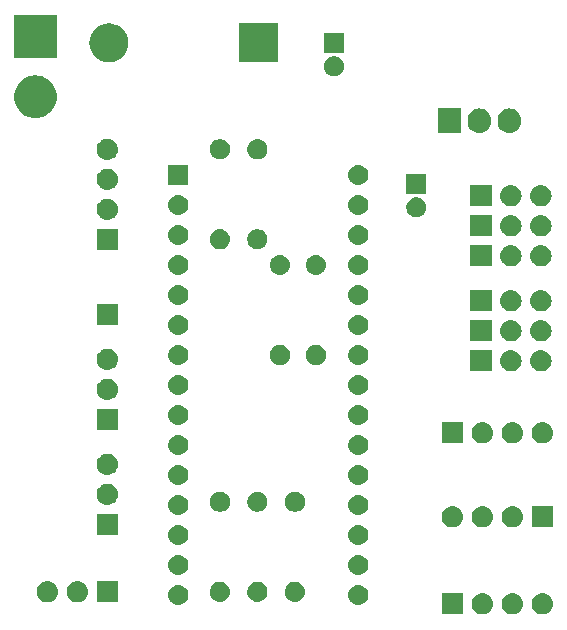
<source format=gbr>
G04 #@! TF.GenerationSoftware,KiCad,Pcbnew,5.0.2-bee76a0~70~ubuntu14.04.1*
G04 #@! TF.CreationDate,2019-05-26T21:23:03+02:00*
G04 #@! TF.ProjectId,nano_shield_c,6e616e6f-5f73-4686-9965-6c645f632e6b,rev?*
G04 #@! TF.SameCoordinates,Original*
G04 #@! TF.FileFunction,Soldermask,Top*
G04 #@! TF.FilePolarity,Negative*
%FSLAX46Y46*%
G04 Gerber Fmt 4.6, Leading zero omitted, Abs format (unit mm)*
G04 Created by KiCad (PCBNEW 5.0.2-bee76a0~70~ubuntu14.04.1) date Ned 26 Svi 2019 21:23:03*
%MOMM*%
%LPD*%
G01*
G04 APERTURE LIST*
%ADD10C,0.100000*%
G04 APERTURE END LIST*
D10*
G36*
X155079000Y-116471000D02*
X153277000Y-116471000D01*
X153277000Y-114669000D01*
X155079000Y-114669000D01*
X155079000Y-116471000D01*
X155079000Y-116471000D01*
G37*
G36*
X159368443Y-114675519D02*
X159434627Y-114682037D01*
X159547853Y-114716384D01*
X159604467Y-114733557D01*
X159743087Y-114807652D01*
X159760991Y-114817222D01*
X159796729Y-114846552D01*
X159898186Y-114929814D01*
X159979649Y-115029078D01*
X160010778Y-115067009D01*
X160010779Y-115067011D01*
X160094443Y-115223533D01*
X160094443Y-115223534D01*
X160145963Y-115393373D01*
X160163359Y-115570000D01*
X160145963Y-115746627D01*
X160111616Y-115859853D01*
X160094443Y-115916467D01*
X160020348Y-116055087D01*
X160010778Y-116072991D01*
X159981448Y-116108729D01*
X159898186Y-116210186D01*
X159796729Y-116293448D01*
X159760991Y-116322778D01*
X159760989Y-116322779D01*
X159604467Y-116406443D01*
X159547853Y-116423616D01*
X159434627Y-116457963D01*
X159368442Y-116464482D01*
X159302260Y-116471000D01*
X159213740Y-116471000D01*
X159147558Y-116464482D01*
X159081373Y-116457963D01*
X158968147Y-116423616D01*
X158911533Y-116406443D01*
X158755011Y-116322779D01*
X158755009Y-116322778D01*
X158719271Y-116293448D01*
X158617814Y-116210186D01*
X158534552Y-116108729D01*
X158505222Y-116072991D01*
X158495652Y-116055087D01*
X158421557Y-115916467D01*
X158404384Y-115859853D01*
X158370037Y-115746627D01*
X158352641Y-115570000D01*
X158370037Y-115393373D01*
X158421557Y-115223534D01*
X158421557Y-115223533D01*
X158505221Y-115067011D01*
X158505222Y-115067009D01*
X158536351Y-115029078D01*
X158617814Y-114929814D01*
X158719271Y-114846552D01*
X158755009Y-114817222D01*
X158772913Y-114807652D01*
X158911533Y-114733557D01*
X158968147Y-114716384D01*
X159081373Y-114682037D01*
X159147557Y-114675519D01*
X159213740Y-114669000D01*
X159302260Y-114669000D01*
X159368443Y-114675519D01*
X159368443Y-114675519D01*
G37*
G36*
X161908443Y-114675519D02*
X161974627Y-114682037D01*
X162087853Y-114716384D01*
X162144467Y-114733557D01*
X162283087Y-114807652D01*
X162300991Y-114817222D01*
X162336729Y-114846552D01*
X162438186Y-114929814D01*
X162519649Y-115029078D01*
X162550778Y-115067009D01*
X162550779Y-115067011D01*
X162634443Y-115223533D01*
X162634443Y-115223534D01*
X162685963Y-115393373D01*
X162703359Y-115570000D01*
X162685963Y-115746627D01*
X162651616Y-115859853D01*
X162634443Y-115916467D01*
X162560348Y-116055087D01*
X162550778Y-116072991D01*
X162521448Y-116108729D01*
X162438186Y-116210186D01*
X162336729Y-116293448D01*
X162300991Y-116322778D01*
X162300989Y-116322779D01*
X162144467Y-116406443D01*
X162087853Y-116423616D01*
X161974627Y-116457963D01*
X161908442Y-116464482D01*
X161842260Y-116471000D01*
X161753740Y-116471000D01*
X161687558Y-116464482D01*
X161621373Y-116457963D01*
X161508147Y-116423616D01*
X161451533Y-116406443D01*
X161295011Y-116322779D01*
X161295009Y-116322778D01*
X161259271Y-116293448D01*
X161157814Y-116210186D01*
X161074552Y-116108729D01*
X161045222Y-116072991D01*
X161035652Y-116055087D01*
X160961557Y-115916467D01*
X160944384Y-115859853D01*
X160910037Y-115746627D01*
X160892641Y-115570000D01*
X160910037Y-115393373D01*
X160961557Y-115223534D01*
X160961557Y-115223533D01*
X161045221Y-115067011D01*
X161045222Y-115067009D01*
X161076351Y-115029078D01*
X161157814Y-114929814D01*
X161259271Y-114846552D01*
X161295009Y-114817222D01*
X161312913Y-114807652D01*
X161451533Y-114733557D01*
X161508147Y-114716384D01*
X161621373Y-114682037D01*
X161687557Y-114675519D01*
X161753740Y-114669000D01*
X161842260Y-114669000D01*
X161908443Y-114675519D01*
X161908443Y-114675519D01*
G37*
G36*
X156828443Y-114675519D02*
X156894627Y-114682037D01*
X157007853Y-114716384D01*
X157064467Y-114733557D01*
X157203087Y-114807652D01*
X157220991Y-114817222D01*
X157256729Y-114846552D01*
X157358186Y-114929814D01*
X157439649Y-115029078D01*
X157470778Y-115067009D01*
X157470779Y-115067011D01*
X157554443Y-115223533D01*
X157554443Y-115223534D01*
X157605963Y-115393373D01*
X157623359Y-115570000D01*
X157605963Y-115746627D01*
X157571616Y-115859853D01*
X157554443Y-115916467D01*
X157480348Y-116055087D01*
X157470778Y-116072991D01*
X157441448Y-116108729D01*
X157358186Y-116210186D01*
X157256729Y-116293448D01*
X157220991Y-116322778D01*
X157220989Y-116322779D01*
X157064467Y-116406443D01*
X157007853Y-116423616D01*
X156894627Y-116457963D01*
X156828442Y-116464482D01*
X156762260Y-116471000D01*
X156673740Y-116471000D01*
X156607558Y-116464482D01*
X156541373Y-116457963D01*
X156428147Y-116423616D01*
X156371533Y-116406443D01*
X156215011Y-116322779D01*
X156215009Y-116322778D01*
X156179271Y-116293448D01*
X156077814Y-116210186D01*
X155994552Y-116108729D01*
X155965222Y-116072991D01*
X155955652Y-116055087D01*
X155881557Y-115916467D01*
X155864384Y-115859853D01*
X155830037Y-115746627D01*
X155812641Y-115570000D01*
X155830037Y-115393373D01*
X155881557Y-115223534D01*
X155881557Y-115223533D01*
X155965221Y-115067011D01*
X155965222Y-115067009D01*
X155996351Y-115029078D01*
X156077814Y-114929814D01*
X156179271Y-114846552D01*
X156215009Y-114817222D01*
X156232913Y-114807652D01*
X156371533Y-114733557D01*
X156428147Y-114716384D01*
X156541373Y-114682037D01*
X156607557Y-114675519D01*
X156673740Y-114669000D01*
X156762260Y-114669000D01*
X156828443Y-114675519D01*
X156828443Y-114675519D01*
G37*
G36*
X146374822Y-113990314D02*
X146374825Y-113990315D01*
X146374826Y-113990315D01*
X146535240Y-114038976D01*
X146535242Y-114038977D01*
X146535245Y-114038978D01*
X146683079Y-114117996D01*
X146812660Y-114224342D01*
X146919006Y-114353923D01*
X146998024Y-114501757D01*
X147046688Y-114662180D01*
X147063118Y-114829001D01*
X147046688Y-114995822D01*
X146998024Y-115156245D01*
X146919006Y-115304079D01*
X146812660Y-115433660D01*
X146683079Y-115540006D01*
X146535245Y-115619024D01*
X146535242Y-115619025D01*
X146535240Y-115619026D01*
X146374826Y-115667687D01*
X146374825Y-115667687D01*
X146374822Y-115667688D01*
X146249805Y-115680001D01*
X146166197Y-115680001D01*
X146041180Y-115667688D01*
X146041177Y-115667687D01*
X146041176Y-115667687D01*
X145880762Y-115619026D01*
X145880760Y-115619025D01*
X145880757Y-115619024D01*
X145732923Y-115540006D01*
X145603342Y-115433660D01*
X145496996Y-115304079D01*
X145417978Y-115156245D01*
X145369314Y-114995822D01*
X145352884Y-114829001D01*
X145369314Y-114662180D01*
X145417978Y-114501757D01*
X145496996Y-114353923D01*
X145603342Y-114224342D01*
X145732923Y-114117996D01*
X145880757Y-114038978D01*
X145880760Y-114038977D01*
X145880762Y-114038976D01*
X146041176Y-113990315D01*
X146041177Y-113990315D01*
X146041180Y-113990314D01*
X146166197Y-113978001D01*
X146249805Y-113978001D01*
X146374822Y-113990314D01*
X146374822Y-113990314D01*
G37*
G36*
X131134822Y-113990314D02*
X131134825Y-113990315D01*
X131134826Y-113990315D01*
X131295240Y-114038976D01*
X131295242Y-114038977D01*
X131295245Y-114038978D01*
X131443079Y-114117996D01*
X131572660Y-114224342D01*
X131679006Y-114353923D01*
X131758024Y-114501757D01*
X131806688Y-114662180D01*
X131823118Y-114829001D01*
X131806688Y-114995822D01*
X131758024Y-115156245D01*
X131679006Y-115304079D01*
X131572660Y-115433660D01*
X131443079Y-115540006D01*
X131295245Y-115619024D01*
X131295242Y-115619025D01*
X131295240Y-115619026D01*
X131134826Y-115667687D01*
X131134825Y-115667687D01*
X131134822Y-115667688D01*
X131009805Y-115680001D01*
X130926197Y-115680001D01*
X130801180Y-115667688D01*
X130801177Y-115667687D01*
X130801176Y-115667687D01*
X130640762Y-115619026D01*
X130640760Y-115619025D01*
X130640757Y-115619024D01*
X130492923Y-115540006D01*
X130363342Y-115433660D01*
X130256996Y-115304079D01*
X130177978Y-115156245D01*
X130129314Y-114995822D01*
X130112884Y-114829001D01*
X130129314Y-114662180D01*
X130177978Y-114501757D01*
X130256996Y-114353923D01*
X130363342Y-114224342D01*
X130492923Y-114117996D01*
X130640757Y-114038978D01*
X130640760Y-114038977D01*
X130640762Y-114038976D01*
X130801176Y-113990315D01*
X130801177Y-113990315D01*
X130801180Y-113990314D01*
X130926197Y-113978001D01*
X131009805Y-113978001D01*
X131134822Y-113990314D01*
X131134822Y-113990314D01*
G37*
G36*
X125869000Y-115455000D02*
X124067000Y-115455000D01*
X124067000Y-113653000D01*
X125869000Y-113653000D01*
X125869000Y-115455000D01*
X125869000Y-115455000D01*
G37*
G36*
X119998442Y-113659518D02*
X120064627Y-113666037D01*
X120177853Y-113700384D01*
X120234467Y-113717557D01*
X120321311Y-113763977D01*
X120390991Y-113801222D01*
X120426729Y-113830552D01*
X120528186Y-113913814D01*
X120611448Y-114015271D01*
X120640778Y-114051009D01*
X120640779Y-114051011D01*
X120724443Y-114207533D01*
X120741616Y-114264147D01*
X120775963Y-114377373D01*
X120793359Y-114554000D01*
X120775963Y-114730627D01*
X120775074Y-114733557D01*
X120724443Y-114900467D01*
X120708756Y-114929814D01*
X120640778Y-115056991D01*
X120611448Y-115092729D01*
X120528186Y-115194186D01*
X120426729Y-115277448D01*
X120390991Y-115306778D01*
X120390989Y-115306779D01*
X120234467Y-115390443D01*
X120186478Y-115405000D01*
X120064627Y-115441963D01*
X119998442Y-115448482D01*
X119932260Y-115455000D01*
X119843740Y-115455000D01*
X119777558Y-115448482D01*
X119711373Y-115441963D01*
X119589522Y-115405000D01*
X119541533Y-115390443D01*
X119385011Y-115306779D01*
X119385009Y-115306778D01*
X119349271Y-115277448D01*
X119247814Y-115194186D01*
X119164552Y-115092729D01*
X119135222Y-115056991D01*
X119067244Y-114929814D01*
X119051557Y-114900467D01*
X119000926Y-114733557D01*
X119000037Y-114730627D01*
X118982641Y-114554000D01*
X119000037Y-114377373D01*
X119034384Y-114264147D01*
X119051557Y-114207533D01*
X119135221Y-114051011D01*
X119135222Y-114051009D01*
X119164552Y-114015271D01*
X119247814Y-113913814D01*
X119349271Y-113830552D01*
X119385009Y-113801222D01*
X119454689Y-113763977D01*
X119541533Y-113717557D01*
X119598147Y-113700384D01*
X119711373Y-113666037D01*
X119777558Y-113659518D01*
X119843740Y-113653000D01*
X119932260Y-113653000D01*
X119998442Y-113659518D01*
X119998442Y-113659518D01*
G37*
G36*
X122538442Y-113659518D02*
X122604627Y-113666037D01*
X122717853Y-113700384D01*
X122774467Y-113717557D01*
X122861311Y-113763977D01*
X122930991Y-113801222D01*
X122966729Y-113830552D01*
X123068186Y-113913814D01*
X123151448Y-114015271D01*
X123180778Y-114051009D01*
X123180779Y-114051011D01*
X123264443Y-114207533D01*
X123281616Y-114264147D01*
X123315963Y-114377373D01*
X123333359Y-114554000D01*
X123315963Y-114730627D01*
X123315074Y-114733557D01*
X123264443Y-114900467D01*
X123248756Y-114929814D01*
X123180778Y-115056991D01*
X123151448Y-115092729D01*
X123068186Y-115194186D01*
X122966729Y-115277448D01*
X122930991Y-115306778D01*
X122930989Y-115306779D01*
X122774467Y-115390443D01*
X122726478Y-115405000D01*
X122604627Y-115441963D01*
X122538442Y-115448482D01*
X122472260Y-115455000D01*
X122383740Y-115455000D01*
X122317558Y-115448482D01*
X122251373Y-115441963D01*
X122129522Y-115405000D01*
X122081533Y-115390443D01*
X121925011Y-115306779D01*
X121925009Y-115306778D01*
X121889271Y-115277448D01*
X121787814Y-115194186D01*
X121704552Y-115092729D01*
X121675222Y-115056991D01*
X121607244Y-114929814D01*
X121591557Y-114900467D01*
X121540926Y-114733557D01*
X121540037Y-114730627D01*
X121522641Y-114554000D01*
X121540037Y-114377373D01*
X121574384Y-114264147D01*
X121591557Y-114207533D01*
X121675221Y-114051011D01*
X121675222Y-114051009D01*
X121704552Y-114015271D01*
X121787814Y-113913814D01*
X121889271Y-113830552D01*
X121925009Y-113801222D01*
X121994689Y-113763977D01*
X122081533Y-113717557D01*
X122138147Y-113700384D01*
X122251373Y-113666037D01*
X122317558Y-113659518D01*
X122383740Y-113653000D01*
X122472260Y-113653000D01*
X122538442Y-113659518D01*
X122538442Y-113659518D01*
G37*
G36*
X141009821Y-113715313D02*
X141009824Y-113715314D01*
X141009825Y-113715314D01*
X141170239Y-113763975D01*
X141170241Y-113763976D01*
X141170244Y-113763977D01*
X141318078Y-113842995D01*
X141447659Y-113949341D01*
X141554005Y-114078922D01*
X141633023Y-114226756D01*
X141633024Y-114226759D01*
X141633025Y-114226761D01*
X141678713Y-114377375D01*
X141681687Y-114387179D01*
X141698117Y-114554000D01*
X141681687Y-114720821D01*
X141681686Y-114720824D01*
X141681686Y-114720825D01*
X141652445Y-114817221D01*
X141633023Y-114881244D01*
X141554005Y-115029078D01*
X141447659Y-115158659D01*
X141318078Y-115265005D01*
X141170244Y-115344023D01*
X141170241Y-115344024D01*
X141170239Y-115344025D01*
X141009825Y-115392686D01*
X141009824Y-115392686D01*
X141009821Y-115392687D01*
X140884804Y-115405000D01*
X140801196Y-115405000D01*
X140676179Y-115392687D01*
X140676176Y-115392686D01*
X140676175Y-115392686D01*
X140515761Y-115344025D01*
X140515759Y-115344024D01*
X140515756Y-115344023D01*
X140367922Y-115265005D01*
X140238341Y-115158659D01*
X140131995Y-115029078D01*
X140052977Y-114881244D01*
X140033556Y-114817221D01*
X140004314Y-114720825D01*
X140004314Y-114720824D01*
X140004313Y-114720821D01*
X139987883Y-114554000D01*
X140004313Y-114387179D01*
X140007287Y-114377375D01*
X140052975Y-114226761D01*
X140052976Y-114226759D01*
X140052977Y-114226756D01*
X140131995Y-114078922D01*
X140238341Y-113949341D01*
X140367922Y-113842995D01*
X140515756Y-113763977D01*
X140515759Y-113763976D01*
X140515761Y-113763975D01*
X140676175Y-113715314D01*
X140676176Y-113715314D01*
X140676179Y-113715313D01*
X140801196Y-113703000D01*
X140884804Y-113703000D01*
X141009821Y-113715313D01*
X141009821Y-113715313D01*
G37*
G36*
X137834821Y-113715313D02*
X137834824Y-113715314D01*
X137834825Y-113715314D01*
X137995239Y-113763975D01*
X137995241Y-113763976D01*
X137995244Y-113763977D01*
X138143078Y-113842995D01*
X138272659Y-113949341D01*
X138379005Y-114078922D01*
X138458023Y-114226756D01*
X138458024Y-114226759D01*
X138458025Y-114226761D01*
X138503713Y-114377375D01*
X138506687Y-114387179D01*
X138523117Y-114554000D01*
X138506687Y-114720821D01*
X138506686Y-114720824D01*
X138506686Y-114720825D01*
X138477445Y-114817221D01*
X138458023Y-114881244D01*
X138379005Y-115029078D01*
X138272659Y-115158659D01*
X138143078Y-115265005D01*
X137995244Y-115344023D01*
X137995241Y-115344024D01*
X137995239Y-115344025D01*
X137834825Y-115392686D01*
X137834824Y-115392686D01*
X137834821Y-115392687D01*
X137709804Y-115405000D01*
X137626196Y-115405000D01*
X137501179Y-115392687D01*
X137501176Y-115392686D01*
X137501175Y-115392686D01*
X137340761Y-115344025D01*
X137340759Y-115344024D01*
X137340756Y-115344023D01*
X137192922Y-115265005D01*
X137063341Y-115158659D01*
X136956995Y-115029078D01*
X136877977Y-114881244D01*
X136858556Y-114817221D01*
X136829314Y-114720825D01*
X136829314Y-114720824D01*
X136829313Y-114720821D01*
X136812883Y-114554000D01*
X136829313Y-114387179D01*
X136832287Y-114377375D01*
X136877975Y-114226761D01*
X136877976Y-114226759D01*
X136877977Y-114226756D01*
X136956995Y-114078922D01*
X137063341Y-113949341D01*
X137192922Y-113842995D01*
X137340756Y-113763977D01*
X137340759Y-113763976D01*
X137340761Y-113763975D01*
X137501175Y-113715314D01*
X137501176Y-113715314D01*
X137501179Y-113715313D01*
X137626196Y-113703000D01*
X137709804Y-113703000D01*
X137834821Y-113715313D01*
X137834821Y-113715313D01*
G37*
G36*
X134659821Y-113715313D02*
X134659824Y-113715314D01*
X134659825Y-113715314D01*
X134820239Y-113763975D01*
X134820241Y-113763976D01*
X134820244Y-113763977D01*
X134968078Y-113842995D01*
X135097659Y-113949341D01*
X135204005Y-114078922D01*
X135283023Y-114226756D01*
X135283024Y-114226759D01*
X135283025Y-114226761D01*
X135328713Y-114377375D01*
X135331687Y-114387179D01*
X135348117Y-114554000D01*
X135331687Y-114720821D01*
X135331686Y-114720824D01*
X135331686Y-114720825D01*
X135302445Y-114817221D01*
X135283023Y-114881244D01*
X135204005Y-115029078D01*
X135097659Y-115158659D01*
X134968078Y-115265005D01*
X134820244Y-115344023D01*
X134820241Y-115344024D01*
X134820239Y-115344025D01*
X134659825Y-115392686D01*
X134659824Y-115392686D01*
X134659821Y-115392687D01*
X134534804Y-115405000D01*
X134451196Y-115405000D01*
X134326179Y-115392687D01*
X134326176Y-115392686D01*
X134326175Y-115392686D01*
X134165761Y-115344025D01*
X134165759Y-115344024D01*
X134165756Y-115344023D01*
X134017922Y-115265005D01*
X133888341Y-115158659D01*
X133781995Y-115029078D01*
X133702977Y-114881244D01*
X133683556Y-114817221D01*
X133654314Y-114720825D01*
X133654314Y-114720824D01*
X133654313Y-114720821D01*
X133637883Y-114554000D01*
X133654313Y-114387179D01*
X133657287Y-114377375D01*
X133702975Y-114226761D01*
X133702976Y-114226759D01*
X133702977Y-114226756D01*
X133781995Y-114078922D01*
X133888341Y-113949341D01*
X134017922Y-113842995D01*
X134165756Y-113763977D01*
X134165759Y-113763976D01*
X134165761Y-113763975D01*
X134326175Y-113715314D01*
X134326176Y-113715314D01*
X134326179Y-113715313D01*
X134451196Y-113703000D01*
X134534804Y-113703000D01*
X134659821Y-113715313D01*
X134659821Y-113715313D01*
G37*
G36*
X146374822Y-111450314D02*
X146374825Y-111450315D01*
X146374826Y-111450315D01*
X146535240Y-111498976D01*
X146535242Y-111498977D01*
X146535245Y-111498978D01*
X146683079Y-111577996D01*
X146812660Y-111684342D01*
X146919006Y-111813923D01*
X146998024Y-111961757D01*
X147046688Y-112122180D01*
X147063118Y-112289001D01*
X147046688Y-112455822D01*
X146998024Y-112616245D01*
X146919006Y-112764079D01*
X146812660Y-112893660D01*
X146683079Y-113000006D01*
X146535245Y-113079024D01*
X146535242Y-113079025D01*
X146535240Y-113079026D01*
X146374826Y-113127687D01*
X146374825Y-113127687D01*
X146374822Y-113127688D01*
X146249805Y-113140001D01*
X146166197Y-113140001D01*
X146041180Y-113127688D01*
X146041177Y-113127687D01*
X146041176Y-113127687D01*
X145880762Y-113079026D01*
X145880760Y-113079025D01*
X145880757Y-113079024D01*
X145732923Y-113000006D01*
X145603342Y-112893660D01*
X145496996Y-112764079D01*
X145417978Y-112616245D01*
X145369314Y-112455822D01*
X145352884Y-112289001D01*
X145369314Y-112122180D01*
X145417978Y-111961757D01*
X145496996Y-111813923D01*
X145603342Y-111684342D01*
X145732923Y-111577996D01*
X145880757Y-111498978D01*
X145880760Y-111498977D01*
X145880762Y-111498976D01*
X146041176Y-111450315D01*
X146041177Y-111450315D01*
X146041180Y-111450314D01*
X146166197Y-111438001D01*
X146249805Y-111438001D01*
X146374822Y-111450314D01*
X146374822Y-111450314D01*
G37*
G36*
X131134822Y-111450314D02*
X131134825Y-111450315D01*
X131134826Y-111450315D01*
X131295240Y-111498976D01*
X131295242Y-111498977D01*
X131295245Y-111498978D01*
X131443079Y-111577996D01*
X131572660Y-111684342D01*
X131679006Y-111813923D01*
X131758024Y-111961757D01*
X131806688Y-112122180D01*
X131823118Y-112289001D01*
X131806688Y-112455822D01*
X131758024Y-112616245D01*
X131679006Y-112764079D01*
X131572660Y-112893660D01*
X131443079Y-113000006D01*
X131295245Y-113079024D01*
X131295242Y-113079025D01*
X131295240Y-113079026D01*
X131134826Y-113127687D01*
X131134825Y-113127687D01*
X131134822Y-113127688D01*
X131009805Y-113140001D01*
X130926197Y-113140001D01*
X130801180Y-113127688D01*
X130801177Y-113127687D01*
X130801176Y-113127687D01*
X130640762Y-113079026D01*
X130640760Y-113079025D01*
X130640757Y-113079024D01*
X130492923Y-113000006D01*
X130363342Y-112893660D01*
X130256996Y-112764079D01*
X130177978Y-112616245D01*
X130129314Y-112455822D01*
X130112884Y-112289001D01*
X130129314Y-112122180D01*
X130177978Y-111961757D01*
X130256996Y-111813923D01*
X130363342Y-111684342D01*
X130492923Y-111577996D01*
X130640757Y-111498978D01*
X130640760Y-111498977D01*
X130640762Y-111498976D01*
X130801176Y-111450315D01*
X130801177Y-111450315D01*
X130801180Y-111450314D01*
X130926197Y-111438001D01*
X131009805Y-111438001D01*
X131134822Y-111450314D01*
X131134822Y-111450314D01*
G37*
G36*
X146374822Y-108910314D02*
X146374825Y-108910315D01*
X146374826Y-108910315D01*
X146535240Y-108958976D01*
X146535242Y-108958977D01*
X146535245Y-108958978D01*
X146683079Y-109037996D01*
X146812660Y-109144342D01*
X146919006Y-109273923D01*
X146998024Y-109421757D01*
X147046688Y-109582180D01*
X147063118Y-109749001D01*
X147046688Y-109915822D01*
X146998024Y-110076245D01*
X146919006Y-110224079D01*
X146812660Y-110353660D01*
X146683079Y-110460006D01*
X146535245Y-110539024D01*
X146535242Y-110539025D01*
X146535240Y-110539026D01*
X146374826Y-110587687D01*
X146374825Y-110587687D01*
X146374822Y-110587688D01*
X146249805Y-110600001D01*
X146166197Y-110600001D01*
X146041180Y-110587688D01*
X146041177Y-110587687D01*
X146041176Y-110587687D01*
X145880762Y-110539026D01*
X145880760Y-110539025D01*
X145880757Y-110539024D01*
X145732923Y-110460006D01*
X145603342Y-110353660D01*
X145496996Y-110224079D01*
X145417978Y-110076245D01*
X145369314Y-109915822D01*
X145352884Y-109749001D01*
X145369314Y-109582180D01*
X145417978Y-109421757D01*
X145496996Y-109273923D01*
X145603342Y-109144342D01*
X145732923Y-109037996D01*
X145880757Y-108958978D01*
X145880760Y-108958977D01*
X145880762Y-108958976D01*
X146041176Y-108910315D01*
X146041177Y-108910315D01*
X146041180Y-108910314D01*
X146166197Y-108898001D01*
X146249805Y-108898001D01*
X146374822Y-108910314D01*
X146374822Y-108910314D01*
G37*
G36*
X131134822Y-108910314D02*
X131134825Y-108910315D01*
X131134826Y-108910315D01*
X131295240Y-108958976D01*
X131295242Y-108958977D01*
X131295245Y-108958978D01*
X131443079Y-109037996D01*
X131572660Y-109144342D01*
X131679006Y-109273923D01*
X131758024Y-109421757D01*
X131806688Y-109582180D01*
X131823118Y-109749001D01*
X131806688Y-109915822D01*
X131758024Y-110076245D01*
X131679006Y-110224079D01*
X131572660Y-110353660D01*
X131443079Y-110460006D01*
X131295245Y-110539024D01*
X131295242Y-110539025D01*
X131295240Y-110539026D01*
X131134826Y-110587687D01*
X131134825Y-110587687D01*
X131134822Y-110587688D01*
X131009805Y-110600001D01*
X130926197Y-110600001D01*
X130801180Y-110587688D01*
X130801177Y-110587687D01*
X130801176Y-110587687D01*
X130640762Y-110539026D01*
X130640760Y-110539025D01*
X130640757Y-110539024D01*
X130492923Y-110460006D01*
X130363342Y-110353660D01*
X130256996Y-110224079D01*
X130177978Y-110076245D01*
X130129314Y-109915822D01*
X130112884Y-109749001D01*
X130129314Y-109582180D01*
X130177978Y-109421757D01*
X130256996Y-109273923D01*
X130363342Y-109144342D01*
X130492923Y-109037996D01*
X130640757Y-108958978D01*
X130640760Y-108958977D01*
X130640762Y-108958976D01*
X130801176Y-108910315D01*
X130801177Y-108910315D01*
X130801180Y-108910314D01*
X130926197Y-108898001D01*
X131009805Y-108898001D01*
X131134822Y-108910314D01*
X131134822Y-108910314D01*
G37*
G36*
X125869000Y-109740000D02*
X124067000Y-109740000D01*
X124067000Y-107938000D01*
X125869000Y-107938000D01*
X125869000Y-109740000D01*
X125869000Y-109740000D01*
G37*
G36*
X162699000Y-109105000D02*
X160897000Y-109105000D01*
X160897000Y-107303000D01*
X162699000Y-107303000D01*
X162699000Y-109105000D01*
X162699000Y-109105000D01*
G37*
G36*
X159368442Y-107309518D02*
X159434627Y-107316037D01*
X159547853Y-107350384D01*
X159604467Y-107367557D01*
X159743087Y-107441652D01*
X159760991Y-107451222D01*
X159791769Y-107476481D01*
X159898186Y-107563814D01*
X159981448Y-107665271D01*
X160010778Y-107701009D01*
X160010779Y-107701011D01*
X160094443Y-107857533D01*
X160094443Y-107857534D01*
X160145963Y-108027373D01*
X160163359Y-108204000D01*
X160145963Y-108380627D01*
X160111616Y-108493853D01*
X160094443Y-108550467D01*
X160020348Y-108689087D01*
X160010778Y-108706991D01*
X159981448Y-108742729D01*
X159898186Y-108844186D01*
X159817606Y-108910315D01*
X159760991Y-108956778D01*
X159760989Y-108956779D01*
X159604467Y-109040443D01*
X159547853Y-109057616D01*
X159434627Y-109091963D01*
X159368443Y-109098481D01*
X159302260Y-109105000D01*
X159213740Y-109105000D01*
X159147557Y-109098481D01*
X159081373Y-109091963D01*
X158968147Y-109057616D01*
X158911533Y-109040443D01*
X158755011Y-108956779D01*
X158755009Y-108956778D01*
X158698394Y-108910315D01*
X158617814Y-108844186D01*
X158534552Y-108742729D01*
X158505222Y-108706991D01*
X158495652Y-108689087D01*
X158421557Y-108550467D01*
X158404384Y-108493853D01*
X158370037Y-108380627D01*
X158352641Y-108204000D01*
X158370037Y-108027373D01*
X158421557Y-107857534D01*
X158421557Y-107857533D01*
X158505221Y-107701011D01*
X158505222Y-107701009D01*
X158534552Y-107665271D01*
X158617814Y-107563814D01*
X158724231Y-107476481D01*
X158755009Y-107451222D01*
X158772913Y-107441652D01*
X158911533Y-107367557D01*
X158968147Y-107350384D01*
X159081373Y-107316037D01*
X159147558Y-107309518D01*
X159213740Y-107303000D01*
X159302260Y-107303000D01*
X159368442Y-107309518D01*
X159368442Y-107309518D01*
G37*
G36*
X156828442Y-107309518D02*
X156894627Y-107316037D01*
X157007853Y-107350384D01*
X157064467Y-107367557D01*
X157203087Y-107441652D01*
X157220991Y-107451222D01*
X157251769Y-107476481D01*
X157358186Y-107563814D01*
X157441448Y-107665271D01*
X157470778Y-107701009D01*
X157470779Y-107701011D01*
X157554443Y-107857533D01*
X157554443Y-107857534D01*
X157605963Y-108027373D01*
X157623359Y-108204000D01*
X157605963Y-108380627D01*
X157571616Y-108493853D01*
X157554443Y-108550467D01*
X157480348Y-108689087D01*
X157470778Y-108706991D01*
X157441448Y-108742729D01*
X157358186Y-108844186D01*
X157277606Y-108910315D01*
X157220991Y-108956778D01*
X157220989Y-108956779D01*
X157064467Y-109040443D01*
X157007853Y-109057616D01*
X156894627Y-109091963D01*
X156828443Y-109098481D01*
X156762260Y-109105000D01*
X156673740Y-109105000D01*
X156607557Y-109098481D01*
X156541373Y-109091963D01*
X156428147Y-109057616D01*
X156371533Y-109040443D01*
X156215011Y-108956779D01*
X156215009Y-108956778D01*
X156158394Y-108910315D01*
X156077814Y-108844186D01*
X155994552Y-108742729D01*
X155965222Y-108706991D01*
X155955652Y-108689087D01*
X155881557Y-108550467D01*
X155864384Y-108493853D01*
X155830037Y-108380627D01*
X155812641Y-108204000D01*
X155830037Y-108027373D01*
X155881557Y-107857534D01*
X155881557Y-107857533D01*
X155965221Y-107701011D01*
X155965222Y-107701009D01*
X155994552Y-107665271D01*
X156077814Y-107563814D01*
X156184231Y-107476481D01*
X156215009Y-107451222D01*
X156232913Y-107441652D01*
X156371533Y-107367557D01*
X156428147Y-107350384D01*
X156541373Y-107316037D01*
X156607558Y-107309518D01*
X156673740Y-107303000D01*
X156762260Y-107303000D01*
X156828442Y-107309518D01*
X156828442Y-107309518D01*
G37*
G36*
X154288442Y-107309518D02*
X154354627Y-107316037D01*
X154467853Y-107350384D01*
X154524467Y-107367557D01*
X154663087Y-107441652D01*
X154680991Y-107451222D01*
X154711769Y-107476481D01*
X154818186Y-107563814D01*
X154901448Y-107665271D01*
X154930778Y-107701009D01*
X154930779Y-107701011D01*
X155014443Y-107857533D01*
X155014443Y-107857534D01*
X155065963Y-108027373D01*
X155083359Y-108204000D01*
X155065963Y-108380627D01*
X155031616Y-108493853D01*
X155014443Y-108550467D01*
X154940348Y-108689087D01*
X154930778Y-108706991D01*
X154901448Y-108742729D01*
X154818186Y-108844186D01*
X154737606Y-108910315D01*
X154680991Y-108956778D01*
X154680989Y-108956779D01*
X154524467Y-109040443D01*
X154467853Y-109057616D01*
X154354627Y-109091963D01*
X154288443Y-109098481D01*
X154222260Y-109105000D01*
X154133740Y-109105000D01*
X154067557Y-109098481D01*
X154001373Y-109091963D01*
X153888147Y-109057616D01*
X153831533Y-109040443D01*
X153675011Y-108956779D01*
X153675009Y-108956778D01*
X153618394Y-108910315D01*
X153537814Y-108844186D01*
X153454552Y-108742729D01*
X153425222Y-108706991D01*
X153415652Y-108689087D01*
X153341557Y-108550467D01*
X153324384Y-108493853D01*
X153290037Y-108380627D01*
X153272641Y-108204000D01*
X153290037Y-108027373D01*
X153341557Y-107857534D01*
X153341557Y-107857533D01*
X153425221Y-107701011D01*
X153425222Y-107701009D01*
X153454552Y-107665271D01*
X153537814Y-107563814D01*
X153644231Y-107476481D01*
X153675009Y-107451222D01*
X153692913Y-107441652D01*
X153831533Y-107367557D01*
X153888147Y-107350384D01*
X154001373Y-107316037D01*
X154067558Y-107309518D01*
X154133740Y-107303000D01*
X154222260Y-107303000D01*
X154288442Y-107309518D01*
X154288442Y-107309518D01*
G37*
G36*
X146374822Y-106370314D02*
X146374825Y-106370315D01*
X146374826Y-106370315D01*
X146535240Y-106418976D01*
X146535242Y-106418977D01*
X146535245Y-106418978D01*
X146683079Y-106497996D01*
X146812660Y-106604342D01*
X146919006Y-106733923D01*
X146998024Y-106881757D01*
X147046688Y-107042180D01*
X147063118Y-107209001D01*
X147046688Y-107375822D01*
X147046687Y-107375825D01*
X147046687Y-107375826D01*
X147016154Y-107476481D01*
X146998024Y-107536245D01*
X146919006Y-107684079D01*
X146812660Y-107813660D01*
X146683079Y-107920006D01*
X146535245Y-107999024D01*
X146535242Y-107999025D01*
X146535240Y-107999026D01*
X146374826Y-108047687D01*
X146374825Y-108047687D01*
X146374822Y-108047688D01*
X146249805Y-108060001D01*
X146166197Y-108060001D01*
X146041180Y-108047688D01*
X146041177Y-108047687D01*
X146041176Y-108047687D01*
X145880762Y-107999026D01*
X145880760Y-107999025D01*
X145880757Y-107999024D01*
X145732923Y-107920006D01*
X145603342Y-107813660D01*
X145496996Y-107684079D01*
X145417978Y-107536245D01*
X145399849Y-107476481D01*
X145369315Y-107375826D01*
X145369315Y-107375825D01*
X145369314Y-107375822D01*
X145352884Y-107209001D01*
X145369314Y-107042180D01*
X145417978Y-106881757D01*
X145496996Y-106733923D01*
X145603342Y-106604342D01*
X145732923Y-106497996D01*
X145880757Y-106418978D01*
X145880760Y-106418977D01*
X145880762Y-106418976D01*
X146041176Y-106370315D01*
X146041177Y-106370315D01*
X146041180Y-106370314D01*
X146166197Y-106358001D01*
X146249805Y-106358001D01*
X146374822Y-106370314D01*
X146374822Y-106370314D01*
G37*
G36*
X131134822Y-106370314D02*
X131134825Y-106370315D01*
X131134826Y-106370315D01*
X131295240Y-106418976D01*
X131295242Y-106418977D01*
X131295245Y-106418978D01*
X131443079Y-106497996D01*
X131572660Y-106604342D01*
X131679006Y-106733923D01*
X131758024Y-106881757D01*
X131806688Y-107042180D01*
X131823118Y-107209001D01*
X131806688Y-107375822D01*
X131806687Y-107375825D01*
X131806687Y-107375826D01*
X131776154Y-107476481D01*
X131758024Y-107536245D01*
X131679006Y-107684079D01*
X131572660Y-107813660D01*
X131443079Y-107920006D01*
X131295245Y-107999024D01*
X131295242Y-107999025D01*
X131295240Y-107999026D01*
X131134826Y-108047687D01*
X131134825Y-108047687D01*
X131134822Y-108047688D01*
X131009805Y-108060001D01*
X130926197Y-108060001D01*
X130801180Y-108047688D01*
X130801177Y-108047687D01*
X130801176Y-108047687D01*
X130640762Y-107999026D01*
X130640760Y-107999025D01*
X130640757Y-107999024D01*
X130492923Y-107920006D01*
X130363342Y-107813660D01*
X130256996Y-107684079D01*
X130177978Y-107536245D01*
X130159849Y-107476481D01*
X130129315Y-107375826D01*
X130129315Y-107375825D01*
X130129314Y-107375822D01*
X130112884Y-107209001D01*
X130129314Y-107042180D01*
X130177978Y-106881757D01*
X130256996Y-106733923D01*
X130363342Y-106604342D01*
X130492923Y-106497996D01*
X130640757Y-106418978D01*
X130640760Y-106418977D01*
X130640762Y-106418976D01*
X130801176Y-106370315D01*
X130801177Y-106370315D01*
X130801180Y-106370314D01*
X130926197Y-106358001D01*
X131009805Y-106358001D01*
X131134822Y-106370314D01*
X131134822Y-106370314D01*
G37*
G36*
X134741228Y-106115703D02*
X134896100Y-106179853D01*
X135035481Y-106272985D01*
X135154015Y-106391519D01*
X135247147Y-106530900D01*
X135311297Y-106685772D01*
X135344000Y-106850184D01*
X135344000Y-107017816D01*
X135311297Y-107182228D01*
X135247147Y-107337100D01*
X135154015Y-107476481D01*
X135035481Y-107595015D01*
X134896100Y-107688147D01*
X134741228Y-107752297D01*
X134576816Y-107785000D01*
X134409184Y-107785000D01*
X134244772Y-107752297D01*
X134089900Y-107688147D01*
X133950519Y-107595015D01*
X133831985Y-107476481D01*
X133738853Y-107337100D01*
X133674703Y-107182228D01*
X133642000Y-107017816D01*
X133642000Y-106850184D01*
X133674703Y-106685772D01*
X133738853Y-106530900D01*
X133831985Y-106391519D01*
X133950519Y-106272985D01*
X134089900Y-106179853D01*
X134244772Y-106115703D01*
X134409184Y-106083000D01*
X134576816Y-106083000D01*
X134741228Y-106115703D01*
X134741228Y-106115703D01*
G37*
G36*
X141091228Y-106115703D02*
X141246100Y-106179853D01*
X141385481Y-106272985D01*
X141504015Y-106391519D01*
X141597147Y-106530900D01*
X141661297Y-106685772D01*
X141694000Y-106850184D01*
X141694000Y-107017816D01*
X141661297Y-107182228D01*
X141597147Y-107337100D01*
X141504015Y-107476481D01*
X141385481Y-107595015D01*
X141246100Y-107688147D01*
X141091228Y-107752297D01*
X140926816Y-107785000D01*
X140759184Y-107785000D01*
X140594772Y-107752297D01*
X140439900Y-107688147D01*
X140300519Y-107595015D01*
X140181985Y-107476481D01*
X140088853Y-107337100D01*
X140024703Y-107182228D01*
X139992000Y-107017816D01*
X139992000Y-106850184D01*
X140024703Y-106685772D01*
X140088853Y-106530900D01*
X140181985Y-106391519D01*
X140300519Y-106272985D01*
X140439900Y-106179853D01*
X140594772Y-106115703D01*
X140759184Y-106083000D01*
X140926816Y-106083000D01*
X141091228Y-106115703D01*
X141091228Y-106115703D01*
G37*
G36*
X137916228Y-106115703D02*
X138071100Y-106179853D01*
X138210481Y-106272985D01*
X138329015Y-106391519D01*
X138422147Y-106530900D01*
X138486297Y-106685772D01*
X138519000Y-106850184D01*
X138519000Y-107017816D01*
X138486297Y-107182228D01*
X138422147Y-107337100D01*
X138329015Y-107476481D01*
X138210481Y-107595015D01*
X138071100Y-107688147D01*
X137916228Y-107752297D01*
X137751816Y-107785000D01*
X137584184Y-107785000D01*
X137419772Y-107752297D01*
X137264900Y-107688147D01*
X137125519Y-107595015D01*
X137006985Y-107476481D01*
X136913853Y-107337100D01*
X136849703Y-107182228D01*
X136817000Y-107017816D01*
X136817000Y-106850184D01*
X136849703Y-106685772D01*
X136913853Y-106530900D01*
X137006985Y-106391519D01*
X137125519Y-106272985D01*
X137264900Y-106179853D01*
X137419772Y-106115703D01*
X137584184Y-106083000D01*
X137751816Y-106083000D01*
X137916228Y-106115703D01*
X137916228Y-106115703D01*
G37*
G36*
X125078442Y-105404518D02*
X125144627Y-105411037D01*
X125257853Y-105445384D01*
X125314467Y-105462557D01*
X125453087Y-105536652D01*
X125470991Y-105546222D01*
X125506729Y-105575552D01*
X125608186Y-105658814D01*
X125691448Y-105760271D01*
X125720778Y-105796009D01*
X125720779Y-105796011D01*
X125804443Y-105952533D01*
X125804443Y-105952534D01*
X125855963Y-106122373D01*
X125873359Y-106299000D01*
X125855963Y-106475627D01*
X125849177Y-106497996D01*
X125804443Y-106645467D01*
X125730348Y-106784087D01*
X125720778Y-106801991D01*
X125691448Y-106837729D01*
X125608186Y-106939186D01*
X125512374Y-107017816D01*
X125470991Y-107051778D01*
X125470989Y-107051779D01*
X125314467Y-107135443D01*
X125257853Y-107152616D01*
X125144627Y-107186963D01*
X125078442Y-107193482D01*
X125012260Y-107200000D01*
X124923740Y-107200000D01*
X124857558Y-107193482D01*
X124791373Y-107186963D01*
X124678147Y-107152616D01*
X124621533Y-107135443D01*
X124465011Y-107051779D01*
X124465009Y-107051778D01*
X124423626Y-107017816D01*
X124327814Y-106939186D01*
X124244552Y-106837729D01*
X124215222Y-106801991D01*
X124205652Y-106784087D01*
X124131557Y-106645467D01*
X124086823Y-106497996D01*
X124080037Y-106475627D01*
X124062641Y-106299000D01*
X124080037Y-106122373D01*
X124131557Y-105952534D01*
X124131557Y-105952533D01*
X124215221Y-105796011D01*
X124215222Y-105796009D01*
X124244552Y-105760271D01*
X124327814Y-105658814D01*
X124429271Y-105575552D01*
X124465009Y-105546222D01*
X124482913Y-105536652D01*
X124621533Y-105462557D01*
X124678147Y-105445384D01*
X124791373Y-105411037D01*
X124857558Y-105404518D01*
X124923740Y-105398000D01*
X125012260Y-105398000D01*
X125078442Y-105404518D01*
X125078442Y-105404518D01*
G37*
G36*
X131134822Y-103830314D02*
X131134825Y-103830315D01*
X131134826Y-103830315D01*
X131295240Y-103878976D01*
X131295242Y-103878977D01*
X131295245Y-103878978D01*
X131443079Y-103957996D01*
X131572660Y-104064342D01*
X131679006Y-104193923D01*
X131758024Y-104341757D01*
X131806688Y-104502180D01*
X131823118Y-104669001D01*
X131806688Y-104835822D01*
X131758024Y-104996245D01*
X131679006Y-105144079D01*
X131572660Y-105273660D01*
X131443079Y-105380006D01*
X131295245Y-105459024D01*
X131295242Y-105459025D01*
X131295240Y-105459026D01*
X131134826Y-105507687D01*
X131134825Y-105507687D01*
X131134822Y-105507688D01*
X131009805Y-105520001D01*
X130926197Y-105520001D01*
X130801180Y-105507688D01*
X130801177Y-105507687D01*
X130801176Y-105507687D01*
X130640762Y-105459026D01*
X130640760Y-105459025D01*
X130640757Y-105459024D01*
X130492923Y-105380006D01*
X130363342Y-105273660D01*
X130256996Y-105144079D01*
X130177978Y-104996245D01*
X130129314Y-104835822D01*
X130112884Y-104669001D01*
X130129314Y-104502180D01*
X130177978Y-104341757D01*
X130256996Y-104193923D01*
X130363342Y-104064342D01*
X130492923Y-103957996D01*
X130640757Y-103878978D01*
X130640760Y-103878977D01*
X130640762Y-103878976D01*
X130801176Y-103830315D01*
X130801177Y-103830315D01*
X130801180Y-103830314D01*
X130926197Y-103818001D01*
X131009805Y-103818001D01*
X131134822Y-103830314D01*
X131134822Y-103830314D01*
G37*
G36*
X146374822Y-103830314D02*
X146374825Y-103830315D01*
X146374826Y-103830315D01*
X146535240Y-103878976D01*
X146535242Y-103878977D01*
X146535245Y-103878978D01*
X146683079Y-103957996D01*
X146812660Y-104064342D01*
X146919006Y-104193923D01*
X146998024Y-104341757D01*
X147046688Y-104502180D01*
X147063118Y-104669001D01*
X147046688Y-104835822D01*
X146998024Y-104996245D01*
X146919006Y-105144079D01*
X146812660Y-105273660D01*
X146683079Y-105380006D01*
X146535245Y-105459024D01*
X146535242Y-105459025D01*
X146535240Y-105459026D01*
X146374826Y-105507687D01*
X146374825Y-105507687D01*
X146374822Y-105507688D01*
X146249805Y-105520001D01*
X146166197Y-105520001D01*
X146041180Y-105507688D01*
X146041177Y-105507687D01*
X146041176Y-105507687D01*
X145880762Y-105459026D01*
X145880760Y-105459025D01*
X145880757Y-105459024D01*
X145732923Y-105380006D01*
X145603342Y-105273660D01*
X145496996Y-105144079D01*
X145417978Y-104996245D01*
X145369314Y-104835822D01*
X145352884Y-104669001D01*
X145369314Y-104502180D01*
X145417978Y-104341757D01*
X145496996Y-104193923D01*
X145603342Y-104064342D01*
X145732923Y-103957996D01*
X145880757Y-103878978D01*
X145880760Y-103878977D01*
X145880762Y-103878976D01*
X146041176Y-103830315D01*
X146041177Y-103830315D01*
X146041180Y-103830314D01*
X146166197Y-103818001D01*
X146249805Y-103818001D01*
X146374822Y-103830314D01*
X146374822Y-103830314D01*
G37*
G36*
X125078443Y-102864519D02*
X125144627Y-102871037D01*
X125257853Y-102905384D01*
X125314467Y-102922557D01*
X125453087Y-102996652D01*
X125470991Y-103006222D01*
X125506729Y-103035552D01*
X125608186Y-103118814D01*
X125691448Y-103220271D01*
X125720778Y-103256009D01*
X125720779Y-103256011D01*
X125804443Y-103412533D01*
X125804443Y-103412534D01*
X125855963Y-103582373D01*
X125873359Y-103759000D01*
X125855963Y-103935627D01*
X125849177Y-103957996D01*
X125804443Y-104105467D01*
X125730348Y-104244087D01*
X125720778Y-104261991D01*
X125691448Y-104297729D01*
X125608186Y-104399186D01*
X125506729Y-104482448D01*
X125470991Y-104511778D01*
X125470989Y-104511779D01*
X125314467Y-104595443D01*
X125257853Y-104612616D01*
X125144627Y-104646963D01*
X125078443Y-104653481D01*
X125012260Y-104660000D01*
X124923740Y-104660000D01*
X124857558Y-104653482D01*
X124791373Y-104646963D01*
X124678147Y-104612616D01*
X124621533Y-104595443D01*
X124465011Y-104511779D01*
X124465009Y-104511778D01*
X124429271Y-104482448D01*
X124327814Y-104399186D01*
X124244552Y-104297729D01*
X124215222Y-104261991D01*
X124205652Y-104244087D01*
X124131557Y-104105467D01*
X124086823Y-103957996D01*
X124080037Y-103935627D01*
X124062641Y-103759000D01*
X124080037Y-103582373D01*
X124131557Y-103412534D01*
X124131557Y-103412533D01*
X124215221Y-103256011D01*
X124215222Y-103256009D01*
X124244552Y-103220271D01*
X124327814Y-103118814D01*
X124429271Y-103035552D01*
X124465009Y-103006222D01*
X124482913Y-102996652D01*
X124621533Y-102922557D01*
X124678147Y-102905384D01*
X124791373Y-102871037D01*
X124857558Y-102864518D01*
X124923740Y-102858000D01*
X125012260Y-102858000D01*
X125078443Y-102864519D01*
X125078443Y-102864519D01*
G37*
G36*
X131134822Y-101290314D02*
X131134825Y-101290315D01*
X131134826Y-101290315D01*
X131295240Y-101338976D01*
X131295242Y-101338977D01*
X131295245Y-101338978D01*
X131443079Y-101417996D01*
X131572660Y-101524342D01*
X131679006Y-101653923D01*
X131758024Y-101801757D01*
X131758025Y-101801760D01*
X131758026Y-101801762D01*
X131771075Y-101844779D01*
X131806688Y-101962180D01*
X131823118Y-102129001D01*
X131806688Y-102295822D01*
X131758024Y-102456245D01*
X131679006Y-102604079D01*
X131572660Y-102733660D01*
X131443079Y-102840006D01*
X131295245Y-102919024D01*
X131295242Y-102919025D01*
X131295240Y-102919026D01*
X131134826Y-102967687D01*
X131134825Y-102967687D01*
X131134822Y-102967688D01*
X131009805Y-102980001D01*
X130926197Y-102980001D01*
X130801180Y-102967688D01*
X130801177Y-102967687D01*
X130801176Y-102967687D01*
X130640762Y-102919026D01*
X130640760Y-102919025D01*
X130640757Y-102919024D01*
X130492923Y-102840006D01*
X130363342Y-102733660D01*
X130256996Y-102604079D01*
X130177978Y-102456245D01*
X130129314Y-102295822D01*
X130112884Y-102129001D01*
X130129314Y-101962180D01*
X130164927Y-101844779D01*
X130177976Y-101801762D01*
X130177977Y-101801760D01*
X130177978Y-101801757D01*
X130256996Y-101653923D01*
X130363342Y-101524342D01*
X130492923Y-101417996D01*
X130640757Y-101338978D01*
X130640760Y-101338977D01*
X130640762Y-101338976D01*
X130801176Y-101290315D01*
X130801177Y-101290315D01*
X130801180Y-101290314D01*
X130926197Y-101278001D01*
X131009805Y-101278001D01*
X131134822Y-101290314D01*
X131134822Y-101290314D01*
G37*
G36*
X146374822Y-101290314D02*
X146374825Y-101290315D01*
X146374826Y-101290315D01*
X146535240Y-101338976D01*
X146535242Y-101338977D01*
X146535245Y-101338978D01*
X146683079Y-101417996D01*
X146812660Y-101524342D01*
X146919006Y-101653923D01*
X146998024Y-101801757D01*
X146998025Y-101801760D01*
X146998026Y-101801762D01*
X147011075Y-101844779D01*
X147046688Y-101962180D01*
X147063118Y-102129001D01*
X147046688Y-102295822D01*
X146998024Y-102456245D01*
X146919006Y-102604079D01*
X146812660Y-102733660D01*
X146683079Y-102840006D01*
X146535245Y-102919024D01*
X146535242Y-102919025D01*
X146535240Y-102919026D01*
X146374826Y-102967687D01*
X146374825Y-102967687D01*
X146374822Y-102967688D01*
X146249805Y-102980001D01*
X146166197Y-102980001D01*
X146041180Y-102967688D01*
X146041177Y-102967687D01*
X146041176Y-102967687D01*
X145880762Y-102919026D01*
X145880760Y-102919025D01*
X145880757Y-102919024D01*
X145732923Y-102840006D01*
X145603342Y-102733660D01*
X145496996Y-102604079D01*
X145417978Y-102456245D01*
X145369314Y-102295822D01*
X145352884Y-102129001D01*
X145369314Y-101962180D01*
X145404927Y-101844779D01*
X145417976Y-101801762D01*
X145417977Y-101801760D01*
X145417978Y-101801757D01*
X145496996Y-101653923D01*
X145603342Y-101524342D01*
X145732923Y-101417996D01*
X145880757Y-101338978D01*
X145880760Y-101338977D01*
X145880762Y-101338976D01*
X146041176Y-101290315D01*
X146041177Y-101290315D01*
X146041180Y-101290314D01*
X146166197Y-101278001D01*
X146249805Y-101278001D01*
X146374822Y-101290314D01*
X146374822Y-101290314D01*
G37*
G36*
X159368442Y-100197518D02*
X159434627Y-100204037D01*
X159547853Y-100238384D01*
X159604467Y-100255557D01*
X159687622Y-100300005D01*
X159760991Y-100339222D01*
X159796729Y-100368552D01*
X159898186Y-100451814D01*
X159981448Y-100553271D01*
X160010778Y-100589009D01*
X160010779Y-100589011D01*
X160094443Y-100745533D01*
X160094443Y-100745534D01*
X160145963Y-100915373D01*
X160163359Y-101092000D01*
X160145963Y-101268627D01*
X160143119Y-101278001D01*
X160094443Y-101438467D01*
X160048541Y-101524342D01*
X160010778Y-101594991D01*
X159981448Y-101630729D01*
X159898186Y-101732186D01*
X159813412Y-101801757D01*
X159760991Y-101844778D01*
X159760989Y-101844779D01*
X159604467Y-101928443D01*
X159547853Y-101945616D01*
X159434627Y-101979963D01*
X159368442Y-101986482D01*
X159302260Y-101993000D01*
X159213740Y-101993000D01*
X159147558Y-101986482D01*
X159081373Y-101979963D01*
X158968147Y-101945616D01*
X158911533Y-101928443D01*
X158755011Y-101844779D01*
X158755009Y-101844778D01*
X158702588Y-101801757D01*
X158617814Y-101732186D01*
X158534552Y-101630729D01*
X158505222Y-101594991D01*
X158467459Y-101524342D01*
X158421557Y-101438467D01*
X158372881Y-101278001D01*
X158370037Y-101268627D01*
X158352641Y-101092000D01*
X158370037Y-100915373D01*
X158421557Y-100745534D01*
X158421557Y-100745533D01*
X158505221Y-100589011D01*
X158505222Y-100589009D01*
X158534552Y-100553271D01*
X158617814Y-100451814D01*
X158719271Y-100368552D01*
X158755009Y-100339222D01*
X158828378Y-100300005D01*
X158911533Y-100255557D01*
X158968147Y-100238384D01*
X159081373Y-100204037D01*
X159147558Y-100197518D01*
X159213740Y-100191000D01*
X159302260Y-100191000D01*
X159368442Y-100197518D01*
X159368442Y-100197518D01*
G37*
G36*
X161908442Y-100197518D02*
X161974627Y-100204037D01*
X162087853Y-100238384D01*
X162144467Y-100255557D01*
X162227622Y-100300005D01*
X162300991Y-100339222D01*
X162336729Y-100368552D01*
X162438186Y-100451814D01*
X162521448Y-100553271D01*
X162550778Y-100589009D01*
X162550779Y-100589011D01*
X162634443Y-100745533D01*
X162634443Y-100745534D01*
X162685963Y-100915373D01*
X162703359Y-101092000D01*
X162685963Y-101268627D01*
X162683119Y-101278001D01*
X162634443Y-101438467D01*
X162588541Y-101524342D01*
X162550778Y-101594991D01*
X162521448Y-101630729D01*
X162438186Y-101732186D01*
X162353412Y-101801757D01*
X162300991Y-101844778D01*
X162300989Y-101844779D01*
X162144467Y-101928443D01*
X162087853Y-101945616D01*
X161974627Y-101979963D01*
X161908442Y-101986482D01*
X161842260Y-101993000D01*
X161753740Y-101993000D01*
X161687558Y-101986482D01*
X161621373Y-101979963D01*
X161508147Y-101945616D01*
X161451533Y-101928443D01*
X161295011Y-101844779D01*
X161295009Y-101844778D01*
X161242588Y-101801757D01*
X161157814Y-101732186D01*
X161074552Y-101630729D01*
X161045222Y-101594991D01*
X161007459Y-101524342D01*
X160961557Y-101438467D01*
X160912881Y-101278001D01*
X160910037Y-101268627D01*
X160892641Y-101092000D01*
X160910037Y-100915373D01*
X160961557Y-100745534D01*
X160961557Y-100745533D01*
X161045221Y-100589011D01*
X161045222Y-100589009D01*
X161074552Y-100553271D01*
X161157814Y-100451814D01*
X161259271Y-100368552D01*
X161295009Y-100339222D01*
X161368378Y-100300005D01*
X161451533Y-100255557D01*
X161508147Y-100238384D01*
X161621373Y-100204037D01*
X161687558Y-100197518D01*
X161753740Y-100191000D01*
X161842260Y-100191000D01*
X161908442Y-100197518D01*
X161908442Y-100197518D01*
G37*
G36*
X155079000Y-101993000D02*
X153277000Y-101993000D01*
X153277000Y-100191000D01*
X155079000Y-100191000D01*
X155079000Y-101993000D01*
X155079000Y-101993000D01*
G37*
G36*
X156828442Y-100197518D02*
X156894627Y-100204037D01*
X157007853Y-100238384D01*
X157064467Y-100255557D01*
X157147622Y-100300005D01*
X157220991Y-100339222D01*
X157256729Y-100368552D01*
X157358186Y-100451814D01*
X157441448Y-100553271D01*
X157470778Y-100589009D01*
X157470779Y-100589011D01*
X157554443Y-100745533D01*
X157554443Y-100745534D01*
X157605963Y-100915373D01*
X157623359Y-101092000D01*
X157605963Y-101268627D01*
X157603119Y-101278001D01*
X157554443Y-101438467D01*
X157508541Y-101524342D01*
X157470778Y-101594991D01*
X157441448Y-101630729D01*
X157358186Y-101732186D01*
X157273412Y-101801757D01*
X157220991Y-101844778D01*
X157220989Y-101844779D01*
X157064467Y-101928443D01*
X157007853Y-101945616D01*
X156894627Y-101979963D01*
X156828442Y-101986482D01*
X156762260Y-101993000D01*
X156673740Y-101993000D01*
X156607558Y-101986482D01*
X156541373Y-101979963D01*
X156428147Y-101945616D01*
X156371533Y-101928443D01*
X156215011Y-101844779D01*
X156215009Y-101844778D01*
X156162588Y-101801757D01*
X156077814Y-101732186D01*
X155994552Y-101630729D01*
X155965222Y-101594991D01*
X155927459Y-101524342D01*
X155881557Y-101438467D01*
X155832881Y-101278001D01*
X155830037Y-101268627D01*
X155812641Y-101092000D01*
X155830037Y-100915373D01*
X155881557Y-100745534D01*
X155881557Y-100745533D01*
X155965221Y-100589011D01*
X155965222Y-100589009D01*
X155994552Y-100553271D01*
X156077814Y-100451814D01*
X156179271Y-100368552D01*
X156215009Y-100339222D01*
X156288378Y-100300005D01*
X156371533Y-100255557D01*
X156428147Y-100238384D01*
X156541373Y-100204037D01*
X156607558Y-100197518D01*
X156673740Y-100191000D01*
X156762260Y-100191000D01*
X156828442Y-100197518D01*
X156828442Y-100197518D01*
G37*
G36*
X125869000Y-100850000D02*
X124067000Y-100850000D01*
X124067000Y-99048000D01*
X125869000Y-99048000D01*
X125869000Y-100850000D01*
X125869000Y-100850000D01*
G37*
G36*
X131134822Y-98750314D02*
X131134825Y-98750315D01*
X131134826Y-98750315D01*
X131295240Y-98798976D01*
X131295242Y-98798977D01*
X131295245Y-98798978D01*
X131443079Y-98877996D01*
X131572660Y-98984342D01*
X131679006Y-99113923D01*
X131758024Y-99261757D01*
X131806688Y-99422180D01*
X131823118Y-99589001D01*
X131806688Y-99755822D01*
X131758024Y-99916245D01*
X131679006Y-100064079D01*
X131572660Y-100193660D01*
X131443079Y-100300006D01*
X131295245Y-100379024D01*
X131295242Y-100379025D01*
X131295240Y-100379026D01*
X131134826Y-100427687D01*
X131134825Y-100427687D01*
X131134822Y-100427688D01*
X131009805Y-100440001D01*
X130926197Y-100440001D01*
X130801180Y-100427688D01*
X130801177Y-100427687D01*
X130801176Y-100427687D01*
X130640762Y-100379026D01*
X130640760Y-100379025D01*
X130640757Y-100379024D01*
X130492923Y-100300006D01*
X130363342Y-100193660D01*
X130256996Y-100064079D01*
X130177978Y-99916245D01*
X130129314Y-99755822D01*
X130112884Y-99589001D01*
X130129314Y-99422180D01*
X130177978Y-99261757D01*
X130256996Y-99113923D01*
X130363342Y-98984342D01*
X130492923Y-98877996D01*
X130640757Y-98798978D01*
X130640760Y-98798977D01*
X130640762Y-98798976D01*
X130801176Y-98750315D01*
X130801177Y-98750315D01*
X130801180Y-98750314D01*
X130926197Y-98738001D01*
X131009805Y-98738001D01*
X131134822Y-98750314D01*
X131134822Y-98750314D01*
G37*
G36*
X146374822Y-98750314D02*
X146374825Y-98750315D01*
X146374826Y-98750315D01*
X146535240Y-98798976D01*
X146535242Y-98798977D01*
X146535245Y-98798978D01*
X146683079Y-98877996D01*
X146812660Y-98984342D01*
X146919006Y-99113923D01*
X146998024Y-99261757D01*
X147046688Y-99422180D01*
X147063118Y-99589001D01*
X147046688Y-99755822D01*
X146998024Y-99916245D01*
X146919006Y-100064079D01*
X146812660Y-100193660D01*
X146683079Y-100300006D01*
X146535245Y-100379024D01*
X146535242Y-100379025D01*
X146535240Y-100379026D01*
X146374826Y-100427687D01*
X146374825Y-100427687D01*
X146374822Y-100427688D01*
X146249805Y-100440001D01*
X146166197Y-100440001D01*
X146041180Y-100427688D01*
X146041177Y-100427687D01*
X146041176Y-100427687D01*
X145880762Y-100379026D01*
X145880760Y-100379025D01*
X145880757Y-100379024D01*
X145732923Y-100300006D01*
X145603342Y-100193660D01*
X145496996Y-100064079D01*
X145417978Y-99916245D01*
X145369314Y-99755822D01*
X145352884Y-99589001D01*
X145369314Y-99422180D01*
X145417978Y-99261757D01*
X145496996Y-99113923D01*
X145603342Y-98984342D01*
X145732923Y-98877996D01*
X145880757Y-98798978D01*
X145880760Y-98798977D01*
X145880762Y-98798976D01*
X146041176Y-98750315D01*
X146041177Y-98750315D01*
X146041180Y-98750314D01*
X146166197Y-98738001D01*
X146249805Y-98738001D01*
X146374822Y-98750314D01*
X146374822Y-98750314D01*
G37*
G36*
X125078443Y-96514519D02*
X125144627Y-96521037D01*
X125257853Y-96555384D01*
X125314467Y-96572557D01*
X125453087Y-96646652D01*
X125470991Y-96656222D01*
X125506729Y-96685552D01*
X125608186Y-96768814D01*
X125691448Y-96870271D01*
X125720778Y-96906009D01*
X125720779Y-96906011D01*
X125804443Y-97062533D01*
X125804443Y-97062534D01*
X125855963Y-97232373D01*
X125873359Y-97409000D01*
X125855963Y-97585627D01*
X125835325Y-97653660D01*
X125804443Y-97755467D01*
X125759780Y-97839024D01*
X125720778Y-97911991D01*
X125691448Y-97947729D01*
X125608186Y-98049186D01*
X125506729Y-98132448D01*
X125470991Y-98161778D01*
X125470989Y-98161779D01*
X125314467Y-98245443D01*
X125257853Y-98262616D01*
X125144627Y-98296963D01*
X125078443Y-98303481D01*
X125012260Y-98310000D01*
X124923740Y-98310000D01*
X124857557Y-98303481D01*
X124791373Y-98296963D01*
X124678147Y-98262616D01*
X124621533Y-98245443D01*
X124465011Y-98161779D01*
X124465009Y-98161778D01*
X124429271Y-98132448D01*
X124327814Y-98049186D01*
X124244552Y-97947729D01*
X124215222Y-97911991D01*
X124176220Y-97839024D01*
X124131557Y-97755467D01*
X124100675Y-97653660D01*
X124080037Y-97585627D01*
X124062641Y-97409000D01*
X124080037Y-97232373D01*
X124131557Y-97062534D01*
X124131557Y-97062533D01*
X124215221Y-96906011D01*
X124215222Y-96906009D01*
X124244552Y-96870271D01*
X124327814Y-96768814D01*
X124429271Y-96685552D01*
X124465009Y-96656222D01*
X124482913Y-96646652D01*
X124621533Y-96572557D01*
X124678147Y-96555384D01*
X124791373Y-96521037D01*
X124857557Y-96514519D01*
X124923740Y-96508000D01*
X125012260Y-96508000D01*
X125078443Y-96514519D01*
X125078443Y-96514519D01*
G37*
G36*
X146374822Y-96210314D02*
X146374825Y-96210315D01*
X146374826Y-96210315D01*
X146535240Y-96258976D01*
X146535242Y-96258977D01*
X146535245Y-96258978D01*
X146683079Y-96337996D01*
X146812660Y-96444342D01*
X146919006Y-96573923D01*
X146998024Y-96721757D01*
X147046688Y-96882180D01*
X147063118Y-97049001D01*
X147046688Y-97215822D01*
X147046687Y-97215825D01*
X147046687Y-97215826D01*
X147041668Y-97232373D01*
X146998024Y-97376245D01*
X146919006Y-97524079D01*
X146812660Y-97653660D01*
X146683079Y-97760006D01*
X146535245Y-97839024D01*
X146535242Y-97839025D01*
X146535240Y-97839026D01*
X146374826Y-97887687D01*
X146374825Y-97887687D01*
X146374822Y-97887688D01*
X146249805Y-97900001D01*
X146166197Y-97900001D01*
X146041180Y-97887688D01*
X146041177Y-97887687D01*
X146041176Y-97887687D01*
X145880762Y-97839026D01*
X145880760Y-97839025D01*
X145880757Y-97839024D01*
X145732923Y-97760006D01*
X145603342Y-97653660D01*
X145496996Y-97524079D01*
X145417978Y-97376245D01*
X145374335Y-97232373D01*
X145369315Y-97215826D01*
X145369315Y-97215825D01*
X145369314Y-97215822D01*
X145352884Y-97049001D01*
X145369314Y-96882180D01*
X145417978Y-96721757D01*
X145496996Y-96573923D01*
X145603342Y-96444342D01*
X145732923Y-96337996D01*
X145880757Y-96258978D01*
X145880760Y-96258977D01*
X145880762Y-96258976D01*
X146041176Y-96210315D01*
X146041177Y-96210315D01*
X146041180Y-96210314D01*
X146166197Y-96198001D01*
X146249805Y-96198001D01*
X146374822Y-96210314D01*
X146374822Y-96210314D01*
G37*
G36*
X131134822Y-96210314D02*
X131134825Y-96210315D01*
X131134826Y-96210315D01*
X131295240Y-96258976D01*
X131295242Y-96258977D01*
X131295245Y-96258978D01*
X131443079Y-96337996D01*
X131572660Y-96444342D01*
X131679006Y-96573923D01*
X131758024Y-96721757D01*
X131806688Y-96882180D01*
X131823118Y-97049001D01*
X131806688Y-97215822D01*
X131806687Y-97215825D01*
X131806687Y-97215826D01*
X131801668Y-97232373D01*
X131758024Y-97376245D01*
X131679006Y-97524079D01*
X131572660Y-97653660D01*
X131443079Y-97760006D01*
X131295245Y-97839024D01*
X131295242Y-97839025D01*
X131295240Y-97839026D01*
X131134826Y-97887687D01*
X131134825Y-97887687D01*
X131134822Y-97887688D01*
X131009805Y-97900001D01*
X130926197Y-97900001D01*
X130801180Y-97887688D01*
X130801177Y-97887687D01*
X130801176Y-97887687D01*
X130640762Y-97839026D01*
X130640760Y-97839025D01*
X130640757Y-97839024D01*
X130492923Y-97760006D01*
X130363342Y-97653660D01*
X130256996Y-97524079D01*
X130177978Y-97376245D01*
X130134335Y-97232373D01*
X130129315Y-97215826D01*
X130129315Y-97215825D01*
X130129314Y-97215822D01*
X130112884Y-97049001D01*
X130129314Y-96882180D01*
X130177978Y-96721757D01*
X130256996Y-96573923D01*
X130363342Y-96444342D01*
X130492923Y-96337996D01*
X130640757Y-96258978D01*
X130640760Y-96258977D01*
X130640762Y-96258976D01*
X130801176Y-96210315D01*
X130801177Y-96210315D01*
X130801180Y-96210314D01*
X130926197Y-96198001D01*
X131009805Y-96198001D01*
X131134822Y-96210314D01*
X131134822Y-96210314D01*
G37*
G36*
X161781442Y-94101518D02*
X161847627Y-94108037D01*
X161960853Y-94142384D01*
X162017467Y-94159557D01*
X162147036Y-94228814D01*
X162173991Y-94243222D01*
X162200737Y-94265172D01*
X162311186Y-94355814D01*
X162394448Y-94457271D01*
X162423778Y-94493009D01*
X162423779Y-94493011D01*
X162507443Y-94649533D01*
X162515419Y-94675826D01*
X162558963Y-94819373D01*
X162576359Y-94996000D01*
X162558963Y-95172627D01*
X162530170Y-95267546D01*
X162507443Y-95342467D01*
X162433348Y-95481087D01*
X162423778Y-95498991D01*
X162415411Y-95509186D01*
X162311186Y-95636186D01*
X162209729Y-95719448D01*
X162173991Y-95748778D01*
X162173989Y-95748779D01*
X162017467Y-95832443D01*
X161960853Y-95849616D01*
X161847627Y-95883963D01*
X161781442Y-95890482D01*
X161715260Y-95897000D01*
X161626740Y-95897000D01*
X161560557Y-95890481D01*
X161494373Y-95883963D01*
X161381147Y-95849616D01*
X161324533Y-95832443D01*
X161168011Y-95748779D01*
X161168009Y-95748778D01*
X161132271Y-95719448D01*
X161030814Y-95636186D01*
X160926589Y-95509186D01*
X160918222Y-95498991D01*
X160908652Y-95481087D01*
X160834557Y-95342467D01*
X160811830Y-95267546D01*
X160783037Y-95172627D01*
X160765641Y-94996000D01*
X160783037Y-94819373D01*
X160826581Y-94675826D01*
X160834557Y-94649533D01*
X160918221Y-94493011D01*
X160918222Y-94493009D01*
X160947552Y-94457271D01*
X161030814Y-94355814D01*
X161141263Y-94265172D01*
X161168009Y-94243222D01*
X161194964Y-94228814D01*
X161324533Y-94159557D01*
X161381147Y-94142384D01*
X161494373Y-94108037D01*
X161560558Y-94101518D01*
X161626740Y-94095000D01*
X161715260Y-94095000D01*
X161781442Y-94101518D01*
X161781442Y-94101518D01*
G37*
G36*
X159241442Y-94101518D02*
X159307627Y-94108037D01*
X159420853Y-94142384D01*
X159477467Y-94159557D01*
X159607036Y-94228814D01*
X159633991Y-94243222D01*
X159660737Y-94265172D01*
X159771186Y-94355814D01*
X159854448Y-94457271D01*
X159883778Y-94493009D01*
X159883779Y-94493011D01*
X159967443Y-94649533D01*
X159975419Y-94675826D01*
X160018963Y-94819373D01*
X160036359Y-94996000D01*
X160018963Y-95172627D01*
X159990170Y-95267546D01*
X159967443Y-95342467D01*
X159893348Y-95481087D01*
X159883778Y-95498991D01*
X159875411Y-95509186D01*
X159771186Y-95636186D01*
X159669729Y-95719448D01*
X159633991Y-95748778D01*
X159633989Y-95748779D01*
X159477467Y-95832443D01*
X159420853Y-95849616D01*
X159307627Y-95883963D01*
X159241442Y-95890482D01*
X159175260Y-95897000D01*
X159086740Y-95897000D01*
X159020557Y-95890481D01*
X158954373Y-95883963D01*
X158841147Y-95849616D01*
X158784533Y-95832443D01*
X158628011Y-95748779D01*
X158628009Y-95748778D01*
X158592271Y-95719448D01*
X158490814Y-95636186D01*
X158386589Y-95509186D01*
X158378222Y-95498991D01*
X158368652Y-95481087D01*
X158294557Y-95342467D01*
X158271830Y-95267546D01*
X158243037Y-95172627D01*
X158225641Y-94996000D01*
X158243037Y-94819373D01*
X158286581Y-94675826D01*
X158294557Y-94649533D01*
X158378221Y-94493011D01*
X158378222Y-94493009D01*
X158407552Y-94457271D01*
X158490814Y-94355814D01*
X158601263Y-94265172D01*
X158628009Y-94243222D01*
X158654964Y-94228814D01*
X158784533Y-94159557D01*
X158841147Y-94142384D01*
X158954373Y-94108037D01*
X159020558Y-94101518D01*
X159086740Y-94095000D01*
X159175260Y-94095000D01*
X159241442Y-94101518D01*
X159241442Y-94101518D01*
G37*
G36*
X157492000Y-95897000D02*
X155690000Y-95897000D01*
X155690000Y-94095000D01*
X157492000Y-94095000D01*
X157492000Y-95897000D01*
X157492000Y-95897000D01*
G37*
G36*
X125078442Y-93974518D02*
X125144627Y-93981037D01*
X125257853Y-94015384D01*
X125314467Y-94032557D01*
X125431288Y-94095000D01*
X125470991Y-94116222D01*
X125506729Y-94145552D01*
X125608186Y-94228814D01*
X125691448Y-94330271D01*
X125720778Y-94366009D01*
X125720779Y-94366011D01*
X125804443Y-94522533D01*
X125804443Y-94522534D01*
X125855963Y-94692373D01*
X125873359Y-94869000D01*
X125855963Y-95045627D01*
X125852852Y-95055881D01*
X125804443Y-95215467D01*
X125776605Y-95267547D01*
X125720778Y-95371991D01*
X125691448Y-95407729D01*
X125608186Y-95509186D01*
X125506729Y-95592448D01*
X125470991Y-95621778D01*
X125470989Y-95621779D01*
X125314467Y-95705443D01*
X125257853Y-95722616D01*
X125144627Y-95756963D01*
X125078443Y-95763481D01*
X125012260Y-95770000D01*
X124923740Y-95770000D01*
X124857557Y-95763481D01*
X124791373Y-95756963D01*
X124678147Y-95722616D01*
X124621533Y-95705443D01*
X124465011Y-95621779D01*
X124465009Y-95621778D01*
X124429271Y-95592448D01*
X124327814Y-95509186D01*
X124244552Y-95407729D01*
X124215222Y-95371991D01*
X124159395Y-95267547D01*
X124131557Y-95215467D01*
X124083148Y-95055881D01*
X124080037Y-95045627D01*
X124062641Y-94869000D01*
X124080037Y-94692373D01*
X124131557Y-94522534D01*
X124131557Y-94522533D01*
X124215221Y-94366011D01*
X124215222Y-94366009D01*
X124244552Y-94330271D01*
X124327814Y-94228814D01*
X124429271Y-94145552D01*
X124465009Y-94116222D01*
X124504712Y-94095000D01*
X124621533Y-94032557D01*
X124678147Y-94015384D01*
X124791373Y-93981037D01*
X124857558Y-93974518D01*
X124923740Y-93968000D01*
X125012260Y-93968000D01*
X125078442Y-93974518D01*
X125078442Y-93974518D01*
G37*
G36*
X139821228Y-93695103D02*
X139976100Y-93759253D01*
X140115481Y-93852385D01*
X140234015Y-93970919D01*
X140327147Y-94110300D01*
X140391297Y-94265172D01*
X140424000Y-94429584D01*
X140424000Y-94597216D01*
X140391297Y-94761628D01*
X140327147Y-94916500D01*
X140234015Y-95055881D01*
X140115481Y-95174415D01*
X139976100Y-95267547D01*
X139821228Y-95331697D01*
X139656816Y-95364400D01*
X139489184Y-95364400D01*
X139324772Y-95331697D01*
X139169900Y-95267547D01*
X139030519Y-95174415D01*
X138911985Y-95055881D01*
X138818853Y-94916500D01*
X138754703Y-94761628D01*
X138722000Y-94597216D01*
X138722000Y-94429584D01*
X138754703Y-94265172D01*
X138818853Y-94110300D01*
X138911985Y-93970919D01*
X139030519Y-93852385D01*
X139169900Y-93759253D01*
X139324772Y-93695103D01*
X139489184Y-93662400D01*
X139656816Y-93662400D01*
X139821228Y-93695103D01*
X139821228Y-93695103D01*
G37*
G36*
X142869228Y-93695103D02*
X143024100Y-93759253D01*
X143163481Y-93852385D01*
X143282015Y-93970919D01*
X143375147Y-94110300D01*
X143439297Y-94265172D01*
X143472000Y-94429584D01*
X143472000Y-94597216D01*
X143439297Y-94761628D01*
X143375147Y-94916500D01*
X143282015Y-95055881D01*
X143163481Y-95174415D01*
X143024100Y-95267547D01*
X142869228Y-95331697D01*
X142704816Y-95364400D01*
X142537184Y-95364400D01*
X142372772Y-95331697D01*
X142217900Y-95267547D01*
X142078519Y-95174415D01*
X141959985Y-95055881D01*
X141866853Y-94916500D01*
X141802703Y-94761628D01*
X141770000Y-94597216D01*
X141770000Y-94429584D01*
X141802703Y-94265172D01*
X141866853Y-94110300D01*
X141959985Y-93970919D01*
X142078519Y-93852385D01*
X142217900Y-93759253D01*
X142372772Y-93695103D01*
X142537184Y-93662400D01*
X142704816Y-93662400D01*
X142869228Y-93695103D01*
X142869228Y-93695103D01*
G37*
G36*
X146374822Y-93670314D02*
X146374825Y-93670315D01*
X146374826Y-93670315D01*
X146535240Y-93718976D01*
X146535242Y-93718977D01*
X146535245Y-93718978D01*
X146683079Y-93797996D01*
X146812660Y-93904342D01*
X146919006Y-94033923D01*
X146998024Y-94181757D01*
X146998025Y-94181760D01*
X146998026Y-94181762D01*
X147023328Y-94265172D01*
X147046688Y-94342180D01*
X147063118Y-94509001D01*
X147046688Y-94675822D01*
X147046687Y-94675825D01*
X147046687Y-94675826D01*
X147003142Y-94819375D01*
X146998024Y-94836245D01*
X146919006Y-94984079D01*
X146812660Y-95113660D01*
X146683079Y-95220006D01*
X146535245Y-95299024D01*
X146535242Y-95299025D01*
X146535240Y-95299026D01*
X146374826Y-95347687D01*
X146374825Y-95347687D01*
X146374822Y-95347688D01*
X146249805Y-95360001D01*
X146166197Y-95360001D01*
X146041180Y-95347688D01*
X146041177Y-95347687D01*
X146041176Y-95347687D01*
X145880762Y-95299026D01*
X145880760Y-95299025D01*
X145880757Y-95299024D01*
X145732923Y-95220006D01*
X145603342Y-95113660D01*
X145496996Y-94984079D01*
X145417978Y-94836245D01*
X145412861Y-94819375D01*
X145369315Y-94675826D01*
X145369315Y-94675825D01*
X145369314Y-94675822D01*
X145352884Y-94509001D01*
X145369314Y-94342180D01*
X145392674Y-94265172D01*
X145417976Y-94181762D01*
X145417977Y-94181760D01*
X145417978Y-94181757D01*
X145496996Y-94033923D01*
X145603342Y-93904342D01*
X145732923Y-93797996D01*
X145880757Y-93718978D01*
X145880760Y-93718977D01*
X145880762Y-93718976D01*
X146041176Y-93670315D01*
X146041177Y-93670315D01*
X146041180Y-93670314D01*
X146166197Y-93658001D01*
X146249805Y-93658001D01*
X146374822Y-93670314D01*
X146374822Y-93670314D01*
G37*
G36*
X131134822Y-93670314D02*
X131134825Y-93670315D01*
X131134826Y-93670315D01*
X131295240Y-93718976D01*
X131295242Y-93718977D01*
X131295245Y-93718978D01*
X131443079Y-93797996D01*
X131572660Y-93904342D01*
X131679006Y-94033923D01*
X131758024Y-94181757D01*
X131758025Y-94181760D01*
X131758026Y-94181762D01*
X131783328Y-94265172D01*
X131806688Y-94342180D01*
X131823118Y-94509001D01*
X131806688Y-94675822D01*
X131806687Y-94675825D01*
X131806687Y-94675826D01*
X131763142Y-94819375D01*
X131758024Y-94836245D01*
X131679006Y-94984079D01*
X131572660Y-95113660D01*
X131443079Y-95220006D01*
X131295245Y-95299024D01*
X131295242Y-95299025D01*
X131295240Y-95299026D01*
X131134826Y-95347687D01*
X131134825Y-95347687D01*
X131134822Y-95347688D01*
X131009805Y-95360001D01*
X130926197Y-95360001D01*
X130801180Y-95347688D01*
X130801177Y-95347687D01*
X130801176Y-95347687D01*
X130640762Y-95299026D01*
X130640760Y-95299025D01*
X130640757Y-95299024D01*
X130492923Y-95220006D01*
X130363342Y-95113660D01*
X130256996Y-94984079D01*
X130177978Y-94836245D01*
X130172861Y-94819375D01*
X130129315Y-94675826D01*
X130129315Y-94675825D01*
X130129314Y-94675822D01*
X130112884Y-94509001D01*
X130129314Y-94342180D01*
X130152674Y-94265172D01*
X130177976Y-94181762D01*
X130177977Y-94181760D01*
X130177978Y-94181757D01*
X130256996Y-94033923D01*
X130363342Y-93904342D01*
X130492923Y-93797996D01*
X130640757Y-93718978D01*
X130640760Y-93718977D01*
X130640762Y-93718976D01*
X130801176Y-93670315D01*
X130801177Y-93670315D01*
X130801180Y-93670314D01*
X130926197Y-93658001D01*
X131009805Y-93658001D01*
X131134822Y-93670314D01*
X131134822Y-93670314D01*
G37*
G36*
X157492000Y-93357000D02*
X155690000Y-93357000D01*
X155690000Y-91555000D01*
X157492000Y-91555000D01*
X157492000Y-93357000D01*
X157492000Y-93357000D01*
G37*
G36*
X161781443Y-91561519D02*
X161847627Y-91568037D01*
X161960853Y-91602384D01*
X162017467Y-91619557D01*
X162156087Y-91693652D01*
X162173991Y-91703222D01*
X162209729Y-91732552D01*
X162311186Y-91815814D01*
X162394448Y-91917271D01*
X162423778Y-91953009D01*
X162423779Y-91953011D01*
X162507443Y-92109533D01*
X162515419Y-92135826D01*
X162558963Y-92279373D01*
X162576359Y-92456000D01*
X162558963Y-92632627D01*
X162524616Y-92745853D01*
X162507443Y-92802467D01*
X162433348Y-92941087D01*
X162423778Y-92958991D01*
X162394448Y-92994729D01*
X162311186Y-93096186D01*
X162209729Y-93179448D01*
X162173991Y-93208778D01*
X162173989Y-93208779D01*
X162017467Y-93292443D01*
X161960853Y-93309616D01*
X161847627Y-93343963D01*
X161781442Y-93350482D01*
X161715260Y-93357000D01*
X161626740Y-93357000D01*
X161560558Y-93350482D01*
X161494373Y-93343963D01*
X161381147Y-93309616D01*
X161324533Y-93292443D01*
X161168011Y-93208779D01*
X161168009Y-93208778D01*
X161132271Y-93179448D01*
X161030814Y-93096186D01*
X160947552Y-92994729D01*
X160918222Y-92958991D01*
X160908652Y-92941087D01*
X160834557Y-92802467D01*
X160817384Y-92745853D01*
X160783037Y-92632627D01*
X160765641Y-92456000D01*
X160783037Y-92279373D01*
X160826581Y-92135826D01*
X160834557Y-92109533D01*
X160918221Y-91953011D01*
X160918222Y-91953009D01*
X160947552Y-91917271D01*
X161030814Y-91815814D01*
X161132271Y-91732552D01*
X161168009Y-91703222D01*
X161185913Y-91693652D01*
X161324533Y-91619557D01*
X161381147Y-91602384D01*
X161494373Y-91568037D01*
X161560557Y-91561519D01*
X161626740Y-91555000D01*
X161715260Y-91555000D01*
X161781443Y-91561519D01*
X161781443Y-91561519D01*
G37*
G36*
X159241443Y-91561519D02*
X159307627Y-91568037D01*
X159420853Y-91602384D01*
X159477467Y-91619557D01*
X159616087Y-91693652D01*
X159633991Y-91703222D01*
X159669729Y-91732552D01*
X159771186Y-91815814D01*
X159854448Y-91917271D01*
X159883778Y-91953009D01*
X159883779Y-91953011D01*
X159967443Y-92109533D01*
X159975419Y-92135826D01*
X160018963Y-92279373D01*
X160036359Y-92456000D01*
X160018963Y-92632627D01*
X159984616Y-92745853D01*
X159967443Y-92802467D01*
X159893348Y-92941087D01*
X159883778Y-92958991D01*
X159854448Y-92994729D01*
X159771186Y-93096186D01*
X159669729Y-93179448D01*
X159633991Y-93208778D01*
X159633989Y-93208779D01*
X159477467Y-93292443D01*
X159420853Y-93309616D01*
X159307627Y-93343963D01*
X159241442Y-93350482D01*
X159175260Y-93357000D01*
X159086740Y-93357000D01*
X159020558Y-93350482D01*
X158954373Y-93343963D01*
X158841147Y-93309616D01*
X158784533Y-93292443D01*
X158628011Y-93208779D01*
X158628009Y-93208778D01*
X158592271Y-93179448D01*
X158490814Y-93096186D01*
X158407552Y-92994729D01*
X158378222Y-92958991D01*
X158368652Y-92941087D01*
X158294557Y-92802467D01*
X158277384Y-92745853D01*
X158243037Y-92632627D01*
X158225641Y-92456000D01*
X158243037Y-92279373D01*
X158286581Y-92135826D01*
X158294557Y-92109533D01*
X158378221Y-91953011D01*
X158378222Y-91953009D01*
X158407552Y-91917271D01*
X158490814Y-91815814D01*
X158592271Y-91732552D01*
X158628009Y-91703222D01*
X158645913Y-91693652D01*
X158784533Y-91619557D01*
X158841147Y-91602384D01*
X158954373Y-91568037D01*
X159020557Y-91561519D01*
X159086740Y-91555000D01*
X159175260Y-91555000D01*
X159241443Y-91561519D01*
X159241443Y-91561519D01*
G37*
G36*
X146374822Y-91130314D02*
X146374825Y-91130315D01*
X146374826Y-91130315D01*
X146535240Y-91178976D01*
X146535242Y-91178977D01*
X146535245Y-91178978D01*
X146683079Y-91257996D01*
X146812660Y-91364342D01*
X146919006Y-91493923D01*
X146998024Y-91641757D01*
X146998025Y-91641760D01*
X146998026Y-91641762D01*
X147046687Y-91802176D01*
X147046688Y-91802180D01*
X147063118Y-91969001D01*
X147046688Y-92135822D01*
X147046687Y-92135825D01*
X147046687Y-92135826D01*
X147003142Y-92279375D01*
X146998024Y-92296245D01*
X146919006Y-92444079D01*
X146812660Y-92573660D01*
X146683079Y-92680006D01*
X146535245Y-92759024D01*
X146535242Y-92759025D01*
X146535240Y-92759026D01*
X146374826Y-92807687D01*
X146374825Y-92807687D01*
X146374822Y-92807688D01*
X146249805Y-92820001D01*
X146166197Y-92820001D01*
X146041180Y-92807688D01*
X146041177Y-92807687D01*
X146041176Y-92807687D01*
X145880762Y-92759026D01*
X145880760Y-92759025D01*
X145880757Y-92759024D01*
X145732923Y-92680006D01*
X145603342Y-92573660D01*
X145496996Y-92444079D01*
X145417978Y-92296245D01*
X145412861Y-92279375D01*
X145369315Y-92135826D01*
X145369315Y-92135825D01*
X145369314Y-92135822D01*
X145352884Y-91969001D01*
X145369314Y-91802180D01*
X145369315Y-91802176D01*
X145417976Y-91641762D01*
X145417977Y-91641760D01*
X145417978Y-91641757D01*
X145496996Y-91493923D01*
X145603342Y-91364342D01*
X145732923Y-91257996D01*
X145880757Y-91178978D01*
X145880760Y-91178977D01*
X145880762Y-91178976D01*
X146041176Y-91130315D01*
X146041177Y-91130315D01*
X146041180Y-91130314D01*
X146166197Y-91118001D01*
X146249805Y-91118001D01*
X146374822Y-91130314D01*
X146374822Y-91130314D01*
G37*
G36*
X131134822Y-91130314D02*
X131134825Y-91130315D01*
X131134826Y-91130315D01*
X131295240Y-91178976D01*
X131295242Y-91178977D01*
X131295245Y-91178978D01*
X131443079Y-91257996D01*
X131572660Y-91364342D01*
X131679006Y-91493923D01*
X131758024Y-91641757D01*
X131758025Y-91641760D01*
X131758026Y-91641762D01*
X131806687Y-91802176D01*
X131806688Y-91802180D01*
X131823118Y-91969001D01*
X131806688Y-92135822D01*
X131806687Y-92135825D01*
X131806687Y-92135826D01*
X131763142Y-92279375D01*
X131758024Y-92296245D01*
X131679006Y-92444079D01*
X131572660Y-92573660D01*
X131443079Y-92680006D01*
X131295245Y-92759024D01*
X131295242Y-92759025D01*
X131295240Y-92759026D01*
X131134826Y-92807687D01*
X131134825Y-92807687D01*
X131134822Y-92807688D01*
X131009805Y-92820001D01*
X130926197Y-92820001D01*
X130801180Y-92807688D01*
X130801177Y-92807687D01*
X130801176Y-92807687D01*
X130640762Y-92759026D01*
X130640760Y-92759025D01*
X130640757Y-92759024D01*
X130492923Y-92680006D01*
X130363342Y-92573660D01*
X130256996Y-92444079D01*
X130177978Y-92296245D01*
X130172861Y-92279375D01*
X130129315Y-92135826D01*
X130129315Y-92135825D01*
X130129314Y-92135822D01*
X130112884Y-91969001D01*
X130129314Y-91802180D01*
X130129315Y-91802176D01*
X130177976Y-91641762D01*
X130177977Y-91641760D01*
X130177978Y-91641757D01*
X130256996Y-91493923D01*
X130363342Y-91364342D01*
X130492923Y-91257996D01*
X130640757Y-91178978D01*
X130640760Y-91178977D01*
X130640762Y-91178976D01*
X130801176Y-91130315D01*
X130801177Y-91130315D01*
X130801180Y-91130314D01*
X130926197Y-91118001D01*
X131009805Y-91118001D01*
X131134822Y-91130314D01*
X131134822Y-91130314D01*
G37*
G36*
X125869000Y-91960000D02*
X124067000Y-91960000D01*
X124067000Y-90158000D01*
X125869000Y-90158000D01*
X125869000Y-91960000D01*
X125869000Y-91960000D01*
G37*
G36*
X161781442Y-89021518D02*
X161847627Y-89028037D01*
X161960853Y-89062384D01*
X162017467Y-89079557D01*
X162156087Y-89153652D01*
X162173991Y-89163222D01*
X162209729Y-89192552D01*
X162311186Y-89275814D01*
X162394448Y-89377271D01*
X162423778Y-89413009D01*
X162423779Y-89413011D01*
X162507443Y-89569533D01*
X162515419Y-89595826D01*
X162558963Y-89739373D01*
X162576359Y-89916000D01*
X162558963Y-90092627D01*
X162539132Y-90158000D01*
X162507443Y-90262467D01*
X162433348Y-90401087D01*
X162423778Y-90418991D01*
X162394448Y-90454729D01*
X162311186Y-90556186D01*
X162209729Y-90639448D01*
X162173991Y-90668778D01*
X162173989Y-90668779D01*
X162017467Y-90752443D01*
X161960853Y-90769616D01*
X161847627Y-90803963D01*
X161781443Y-90810481D01*
X161715260Y-90817000D01*
X161626740Y-90817000D01*
X161560557Y-90810481D01*
X161494373Y-90803963D01*
X161381147Y-90769616D01*
X161324533Y-90752443D01*
X161168011Y-90668779D01*
X161168009Y-90668778D01*
X161132271Y-90639448D01*
X161030814Y-90556186D01*
X160947552Y-90454729D01*
X160918222Y-90418991D01*
X160908652Y-90401087D01*
X160834557Y-90262467D01*
X160802868Y-90158000D01*
X160783037Y-90092627D01*
X160765641Y-89916000D01*
X160783037Y-89739373D01*
X160826581Y-89595826D01*
X160834557Y-89569533D01*
X160918221Y-89413011D01*
X160918222Y-89413009D01*
X160947552Y-89377271D01*
X161030814Y-89275814D01*
X161132271Y-89192552D01*
X161168009Y-89163222D01*
X161185913Y-89153652D01*
X161324533Y-89079557D01*
X161381147Y-89062384D01*
X161494373Y-89028037D01*
X161560558Y-89021518D01*
X161626740Y-89015000D01*
X161715260Y-89015000D01*
X161781442Y-89021518D01*
X161781442Y-89021518D01*
G37*
G36*
X157492000Y-90817000D02*
X155690000Y-90817000D01*
X155690000Y-89015000D01*
X157492000Y-89015000D01*
X157492000Y-90817000D01*
X157492000Y-90817000D01*
G37*
G36*
X159241442Y-89021518D02*
X159307627Y-89028037D01*
X159420853Y-89062384D01*
X159477467Y-89079557D01*
X159616087Y-89153652D01*
X159633991Y-89163222D01*
X159669729Y-89192552D01*
X159771186Y-89275814D01*
X159854448Y-89377271D01*
X159883778Y-89413009D01*
X159883779Y-89413011D01*
X159967443Y-89569533D01*
X159975419Y-89595826D01*
X160018963Y-89739373D01*
X160036359Y-89916000D01*
X160018963Y-90092627D01*
X159999132Y-90158000D01*
X159967443Y-90262467D01*
X159893348Y-90401087D01*
X159883778Y-90418991D01*
X159854448Y-90454729D01*
X159771186Y-90556186D01*
X159669729Y-90639448D01*
X159633991Y-90668778D01*
X159633989Y-90668779D01*
X159477467Y-90752443D01*
X159420853Y-90769616D01*
X159307627Y-90803963D01*
X159241443Y-90810481D01*
X159175260Y-90817000D01*
X159086740Y-90817000D01*
X159020557Y-90810481D01*
X158954373Y-90803963D01*
X158841147Y-90769616D01*
X158784533Y-90752443D01*
X158628011Y-90668779D01*
X158628009Y-90668778D01*
X158592271Y-90639448D01*
X158490814Y-90556186D01*
X158407552Y-90454729D01*
X158378222Y-90418991D01*
X158368652Y-90401087D01*
X158294557Y-90262467D01*
X158262868Y-90158000D01*
X158243037Y-90092627D01*
X158225641Y-89916000D01*
X158243037Y-89739373D01*
X158286581Y-89595826D01*
X158294557Y-89569533D01*
X158378221Y-89413011D01*
X158378222Y-89413009D01*
X158407552Y-89377271D01*
X158490814Y-89275814D01*
X158592271Y-89192552D01*
X158628009Y-89163222D01*
X158645913Y-89153652D01*
X158784533Y-89079557D01*
X158841147Y-89062384D01*
X158954373Y-89028037D01*
X159020558Y-89021518D01*
X159086740Y-89015000D01*
X159175260Y-89015000D01*
X159241442Y-89021518D01*
X159241442Y-89021518D01*
G37*
G36*
X146374822Y-88590314D02*
X146374825Y-88590315D01*
X146374826Y-88590315D01*
X146535240Y-88638976D01*
X146535242Y-88638977D01*
X146535245Y-88638978D01*
X146683079Y-88717996D01*
X146812660Y-88824342D01*
X146919006Y-88953923D01*
X146998024Y-89101757D01*
X146998025Y-89101760D01*
X146998026Y-89101762D01*
X147046687Y-89262176D01*
X147046688Y-89262180D01*
X147063118Y-89429001D01*
X147046688Y-89595822D01*
X147046687Y-89595825D01*
X147046687Y-89595826D01*
X147003142Y-89739375D01*
X146998024Y-89756245D01*
X146919006Y-89904079D01*
X146812660Y-90033660D01*
X146683079Y-90140006D01*
X146535245Y-90219024D01*
X146535242Y-90219025D01*
X146535240Y-90219026D01*
X146374826Y-90267687D01*
X146374825Y-90267687D01*
X146374822Y-90267688D01*
X146249805Y-90280001D01*
X146166197Y-90280001D01*
X146041180Y-90267688D01*
X146041177Y-90267687D01*
X146041176Y-90267687D01*
X145880762Y-90219026D01*
X145880760Y-90219025D01*
X145880757Y-90219024D01*
X145732923Y-90140006D01*
X145603342Y-90033660D01*
X145496996Y-89904079D01*
X145417978Y-89756245D01*
X145412861Y-89739375D01*
X145369315Y-89595826D01*
X145369315Y-89595825D01*
X145369314Y-89595822D01*
X145352884Y-89429001D01*
X145369314Y-89262180D01*
X145369315Y-89262176D01*
X145417976Y-89101762D01*
X145417977Y-89101760D01*
X145417978Y-89101757D01*
X145496996Y-88953923D01*
X145603342Y-88824342D01*
X145732923Y-88717996D01*
X145880757Y-88638978D01*
X145880760Y-88638977D01*
X145880762Y-88638976D01*
X146041176Y-88590315D01*
X146041177Y-88590315D01*
X146041180Y-88590314D01*
X146166197Y-88578001D01*
X146249805Y-88578001D01*
X146374822Y-88590314D01*
X146374822Y-88590314D01*
G37*
G36*
X131134822Y-88590314D02*
X131134825Y-88590315D01*
X131134826Y-88590315D01*
X131295240Y-88638976D01*
X131295242Y-88638977D01*
X131295245Y-88638978D01*
X131443079Y-88717996D01*
X131572660Y-88824342D01*
X131679006Y-88953923D01*
X131758024Y-89101757D01*
X131758025Y-89101760D01*
X131758026Y-89101762D01*
X131806687Y-89262176D01*
X131806688Y-89262180D01*
X131823118Y-89429001D01*
X131806688Y-89595822D01*
X131806687Y-89595825D01*
X131806687Y-89595826D01*
X131763142Y-89739375D01*
X131758024Y-89756245D01*
X131679006Y-89904079D01*
X131572660Y-90033660D01*
X131443079Y-90140006D01*
X131295245Y-90219024D01*
X131295242Y-90219025D01*
X131295240Y-90219026D01*
X131134826Y-90267687D01*
X131134825Y-90267687D01*
X131134822Y-90267688D01*
X131009805Y-90280001D01*
X130926197Y-90280001D01*
X130801180Y-90267688D01*
X130801177Y-90267687D01*
X130801176Y-90267687D01*
X130640762Y-90219026D01*
X130640760Y-90219025D01*
X130640757Y-90219024D01*
X130492923Y-90140006D01*
X130363342Y-90033660D01*
X130256996Y-89904079D01*
X130177978Y-89756245D01*
X130172861Y-89739375D01*
X130129315Y-89595826D01*
X130129315Y-89595825D01*
X130129314Y-89595822D01*
X130112884Y-89429001D01*
X130129314Y-89262180D01*
X130129315Y-89262176D01*
X130177976Y-89101762D01*
X130177977Y-89101760D01*
X130177978Y-89101757D01*
X130256996Y-88953923D01*
X130363342Y-88824342D01*
X130492923Y-88717996D01*
X130640757Y-88638978D01*
X130640760Y-88638977D01*
X130640762Y-88638976D01*
X130801176Y-88590315D01*
X130801177Y-88590315D01*
X130801180Y-88590314D01*
X130926197Y-88578001D01*
X131009805Y-88578001D01*
X131134822Y-88590314D01*
X131134822Y-88590314D01*
G37*
G36*
X142787821Y-86054713D02*
X142787824Y-86054714D01*
X142787825Y-86054714D01*
X142948239Y-86103375D01*
X142948241Y-86103376D01*
X142948244Y-86103377D01*
X143096078Y-86182395D01*
X143225659Y-86288741D01*
X143332005Y-86418322D01*
X143411023Y-86566156D01*
X143411024Y-86566159D01*
X143411025Y-86566161D01*
X143458353Y-86722180D01*
X143459687Y-86726579D01*
X143476117Y-86893400D01*
X143459687Y-87060221D01*
X143459686Y-87060224D01*
X143459686Y-87060225D01*
X143412358Y-87216245D01*
X143411023Y-87220644D01*
X143332005Y-87368478D01*
X143225659Y-87498059D01*
X143096078Y-87604405D01*
X142948244Y-87683423D01*
X142948241Y-87683424D01*
X142948239Y-87683425D01*
X142787825Y-87732086D01*
X142787824Y-87732086D01*
X142787821Y-87732087D01*
X142662804Y-87744400D01*
X142579196Y-87744400D01*
X142454179Y-87732087D01*
X142454176Y-87732086D01*
X142454175Y-87732086D01*
X142293761Y-87683425D01*
X142293759Y-87683424D01*
X142293756Y-87683423D01*
X142145922Y-87604405D01*
X142016341Y-87498059D01*
X141909995Y-87368478D01*
X141830977Y-87220644D01*
X141829643Y-87216245D01*
X141782314Y-87060225D01*
X141782314Y-87060224D01*
X141782313Y-87060221D01*
X141765883Y-86893400D01*
X141782313Y-86726579D01*
X141783647Y-86722180D01*
X141830975Y-86566161D01*
X141830976Y-86566159D01*
X141830977Y-86566156D01*
X141909995Y-86418322D01*
X142016341Y-86288741D01*
X142145922Y-86182395D01*
X142293756Y-86103377D01*
X142293759Y-86103376D01*
X142293761Y-86103375D01*
X142454175Y-86054714D01*
X142454176Y-86054714D01*
X142454179Y-86054713D01*
X142579196Y-86042400D01*
X142662804Y-86042400D01*
X142787821Y-86054713D01*
X142787821Y-86054713D01*
G37*
G36*
X139739821Y-86054713D02*
X139739824Y-86054714D01*
X139739825Y-86054714D01*
X139900239Y-86103375D01*
X139900241Y-86103376D01*
X139900244Y-86103377D01*
X140048078Y-86182395D01*
X140177659Y-86288741D01*
X140284005Y-86418322D01*
X140363023Y-86566156D01*
X140363024Y-86566159D01*
X140363025Y-86566161D01*
X140410353Y-86722180D01*
X140411687Y-86726579D01*
X140428117Y-86893400D01*
X140411687Y-87060221D01*
X140411686Y-87060224D01*
X140411686Y-87060225D01*
X140364358Y-87216245D01*
X140363023Y-87220644D01*
X140284005Y-87368478D01*
X140177659Y-87498059D01*
X140048078Y-87604405D01*
X139900244Y-87683423D01*
X139900241Y-87683424D01*
X139900239Y-87683425D01*
X139739825Y-87732086D01*
X139739824Y-87732086D01*
X139739821Y-87732087D01*
X139614804Y-87744400D01*
X139531196Y-87744400D01*
X139406179Y-87732087D01*
X139406176Y-87732086D01*
X139406175Y-87732086D01*
X139245761Y-87683425D01*
X139245759Y-87683424D01*
X139245756Y-87683423D01*
X139097922Y-87604405D01*
X138968341Y-87498059D01*
X138861995Y-87368478D01*
X138782977Y-87220644D01*
X138781643Y-87216245D01*
X138734314Y-87060225D01*
X138734314Y-87060224D01*
X138734313Y-87060221D01*
X138717883Y-86893400D01*
X138734313Y-86726579D01*
X138735647Y-86722180D01*
X138782975Y-86566161D01*
X138782976Y-86566159D01*
X138782977Y-86566156D01*
X138861995Y-86418322D01*
X138968341Y-86288741D01*
X139097922Y-86182395D01*
X139245756Y-86103377D01*
X139245759Y-86103376D01*
X139245761Y-86103375D01*
X139406175Y-86054714D01*
X139406176Y-86054714D01*
X139406179Y-86054713D01*
X139531196Y-86042400D01*
X139614804Y-86042400D01*
X139739821Y-86054713D01*
X139739821Y-86054713D01*
G37*
G36*
X131134822Y-86050314D02*
X131134825Y-86050315D01*
X131134826Y-86050315D01*
X131295240Y-86098976D01*
X131295242Y-86098977D01*
X131295245Y-86098978D01*
X131443079Y-86177996D01*
X131572660Y-86284342D01*
X131679006Y-86413923D01*
X131758024Y-86561757D01*
X131758025Y-86561760D01*
X131758026Y-86561762D01*
X131806687Y-86722176D01*
X131806688Y-86722180D01*
X131823118Y-86889001D01*
X131806688Y-87055822D01*
X131806687Y-87055825D01*
X131806687Y-87055826D01*
X131805353Y-87060225D01*
X131758024Y-87216245D01*
X131679006Y-87364079D01*
X131572660Y-87493660D01*
X131443079Y-87600006D01*
X131295245Y-87679024D01*
X131295242Y-87679025D01*
X131295240Y-87679026D01*
X131134826Y-87727687D01*
X131134825Y-87727687D01*
X131134822Y-87727688D01*
X131009805Y-87740001D01*
X130926197Y-87740001D01*
X130801180Y-87727688D01*
X130801177Y-87727687D01*
X130801176Y-87727687D01*
X130640762Y-87679026D01*
X130640760Y-87679025D01*
X130640757Y-87679024D01*
X130492923Y-87600006D01*
X130363342Y-87493660D01*
X130256996Y-87364079D01*
X130177978Y-87216245D01*
X130130650Y-87060225D01*
X130129315Y-87055826D01*
X130129315Y-87055825D01*
X130129314Y-87055822D01*
X130112884Y-86889001D01*
X130129314Y-86722180D01*
X130129315Y-86722176D01*
X130177976Y-86561762D01*
X130177977Y-86561760D01*
X130177978Y-86561757D01*
X130256996Y-86413923D01*
X130363342Y-86284342D01*
X130492923Y-86177996D01*
X130640757Y-86098978D01*
X130640760Y-86098977D01*
X130640762Y-86098976D01*
X130801176Y-86050315D01*
X130801177Y-86050315D01*
X130801180Y-86050314D01*
X130926197Y-86038001D01*
X131009805Y-86038001D01*
X131134822Y-86050314D01*
X131134822Y-86050314D01*
G37*
G36*
X146374822Y-86050314D02*
X146374825Y-86050315D01*
X146374826Y-86050315D01*
X146535240Y-86098976D01*
X146535242Y-86098977D01*
X146535245Y-86098978D01*
X146683079Y-86177996D01*
X146812660Y-86284342D01*
X146919006Y-86413923D01*
X146998024Y-86561757D01*
X146998025Y-86561760D01*
X146998026Y-86561762D01*
X147046687Y-86722176D01*
X147046688Y-86722180D01*
X147063118Y-86889001D01*
X147046688Y-87055822D01*
X147046687Y-87055825D01*
X147046687Y-87055826D01*
X147045353Y-87060225D01*
X146998024Y-87216245D01*
X146919006Y-87364079D01*
X146812660Y-87493660D01*
X146683079Y-87600006D01*
X146535245Y-87679024D01*
X146535242Y-87679025D01*
X146535240Y-87679026D01*
X146374826Y-87727687D01*
X146374825Y-87727687D01*
X146374822Y-87727688D01*
X146249805Y-87740001D01*
X146166197Y-87740001D01*
X146041180Y-87727688D01*
X146041177Y-87727687D01*
X146041176Y-87727687D01*
X145880762Y-87679026D01*
X145880760Y-87679025D01*
X145880757Y-87679024D01*
X145732923Y-87600006D01*
X145603342Y-87493660D01*
X145496996Y-87364079D01*
X145417978Y-87216245D01*
X145370650Y-87060225D01*
X145369315Y-87055826D01*
X145369315Y-87055825D01*
X145369314Y-87055822D01*
X145352884Y-86889001D01*
X145369314Y-86722180D01*
X145369315Y-86722176D01*
X145417976Y-86561762D01*
X145417977Y-86561760D01*
X145417978Y-86561757D01*
X145496996Y-86413923D01*
X145603342Y-86284342D01*
X145732923Y-86177996D01*
X145880757Y-86098978D01*
X145880760Y-86098977D01*
X145880762Y-86098976D01*
X146041176Y-86050315D01*
X146041177Y-86050315D01*
X146041180Y-86050314D01*
X146166197Y-86038001D01*
X146249805Y-86038001D01*
X146374822Y-86050314D01*
X146374822Y-86050314D01*
G37*
G36*
X157492000Y-87007000D02*
X155690000Y-87007000D01*
X155690000Y-85205000D01*
X157492000Y-85205000D01*
X157492000Y-87007000D01*
X157492000Y-87007000D01*
G37*
G36*
X159241443Y-85211519D02*
X159307627Y-85218037D01*
X159417877Y-85251481D01*
X159477467Y-85269557D01*
X159616087Y-85343652D01*
X159633991Y-85353222D01*
X159654452Y-85370014D01*
X159771186Y-85465814D01*
X159838376Y-85547687D01*
X159883778Y-85603009D01*
X159883779Y-85603011D01*
X159967443Y-85759533D01*
X159967443Y-85759534D01*
X160018963Y-85929373D01*
X160036359Y-86106000D01*
X160018963Y-86282627D01*
X160017108Y-86288741D01*
X159967443Y-86452467D01*
X159909025Y-86561757D01*
X159883778Y-86608991D01*
X159854448Y-86644729D01*
X159771186Y-86746186D01*
X159669729Y-86829448D01*
X159633991Y-86858778D01*
X159633989Y-86858779D01*
X159477467Y-86942443D01*
X159420853Y-86959616D01*
X159307627Y-86993963D01*
X159241442Y-87000482D01*
X159175260Y-87007000D01*
X159086740Y-87007000D01*
X159020558Y-87000482D01*
X158954373Y-86993963D01*
X158841147Y-86959616D01*
X158784533Y-86942443D01*
X158628011Y-86858779D01*
X158628009Y-86858778D01*
X158592271Y-86829448D01*
X158490814Y-86746186D01*
X158407552Y-86644729D01*
X158378222Y-86608991D01*
X158352975Y-86561757D01*
X158294557Y-86452467D01*
X158244892Y-86288741D01*
X158243037Y-86282627D01*
X158225641Y-86106000D01*
X158243037Y-85929373D01*
X158294557Y-85759534D01*
X158294557Y-85759533D01*
X158378221Y-85603011D01*
X158378222Y-85603009D01*
X158423624Y-85547687D01*
X158490814Y-85465814D01*
X158607548Y-85370014D01*
X158628009Y-85353222D01*
X158645913Y-85343652D01*
X158784533Y-85269557D01*
X158844123Y-85251481D01*
X158954373Y-85218037D01*
X159020557Y-85211519D01*
X159086740Y-85205000D01*
X159175260Y-85205000D01*
X159241443Y-85211519D01*
X159241443Y-85211519D01*
G37*
G36*
X161781443Y-85211519D02*
X161847627Y-85218037D01*
X161957877Y-85251481D01*
X162017467Y-85269557D01*
X162156087Y-85343652D01*
X162173991Y-85353222D01*
X162194452Y-85370014D01*
X162311186Y-85465814D01*
X162378376Y-85547687D01*
X162423778Y-85603009D01*
X162423779Y-85603011D01*
X162507443Y-85759533D01*
X162507443Y-85759534D01*
X162558963Y-85929373D01*
X162576359Y-86106000D01*
X162558963Y-86282627D01*
X162557108Y-86288741D01*
X162507443Y-86452467D01*
X162449025Y-86561757D01*
X162423778Y-86608991D01*
X162394448Y-86644729D01*
X162311186Y-86746186D01*
X162209729Y-86829448D01*
X162173991Y-86858778D01*
X162173989Y-86858779D01*
X162017467Y-86942443D01*
X161960853Y-86959616D01*
X161847627Y-86993963D01*
X161781442Y-87000482D01*
X161715260Y-87007000D01*
X161626740Y-87007000D01*
X161560558Y-87000482D01*
X161494373Y-86993963D01*
X161381147Y-86959616D01*
X161324533Y-86942443D01*
X161168011Y-86858779D01*
X161168009Y-86858778D01*
X161132271Y-86829448D01*
X161030814Y-86746186D01*
X160947552Y-86644729D01*
X160918222Y-86608991D01*
X160892975Y-86561757D01*
X160834557Y-86452467D01*
X160784892Y-86288741D01*
X160783037Y-86282627D01*
X160765641Y-86106000D01*
X160783037Y-85929373D01*
X160834557Y-85759534D01*
X160834557Y-85759533D01*
X160918221Y-85603011D01*
X160918222Y-85603009D01*
X160963624Y-85547687D01*
X161030814Y-85465814D01*
X161147548Y-85370014D01*
X161168009Y-85353222D01*
X161185913Y-85343652D01*
X161324533Y-85269557D01*
X161384123Y-85251481D01*
X161494373Y-85218037D01*
X161560557Y-85211519D01*
X161626740Y-85205000D01*
X161715260Y-85205000D01*
X161781443Y-85211519D01*
X161781443Y-85211519D01*
G37*
G36*
X125869000Y-85610000D02*
X124067000Y-85610000D01*
X124067000Y-83808000D01*
X125869000Y-83808000D01*
X125869000Y-85610000D01*
X125869000Y-85610000D01*
G37*
G36*
X137916228Y-83890703D02*
X138071100Y-83954853D01*
X138210481Y-84047985D01*
X138329015Y-84166519D01*
X138422147Y-84305900D01*
X138486297Y-84460772D01*
X138519000Y-84625184D01*
X138519000Y-84792816D01*
X138486297Y-84957228D01*
X138422147Y-85112100D01*
X138329015Y-85251481D01*
X138210481Y-85370015D01*
X138071100Y-85463147D01*
X137916228Y-85527297D01*
X137751816Y-85560000D01*
X137584184Y-85560000D01*
X137419772Y-85527297D01*
X137264900Y-85463147D01*
X137125519Y-85370015D01*
X137006985Y-85251481D01*
X136913853Y-85112100D01*
X136849703Y-84957228D01*
X136817000Y-84792816D01*
X136817000Y-84625184D01*
X136849703Y-84460772D01*
X136913853Y-84305900D01*
X137006985Y-84166519D01*
X137125519Y-84047985D01*
X137264900Y-83954853D01*
X137419772Y-83890703D01*
X137584184Y-83858000D01*
X137751816Y-83858000D01*
X137916228Y-83890703D01*
X137916228Y-83890703D01*
G37*
G36*
X134659821Y-83870313D02*
X134659824Y-83870314D01*
X134659825Y-83870314D01*
X134820239Y-83918975D01*
X134820241Y-83918976D01*
X134820244Y-83918977D01*
X134968078Y-83997995D01*
X135097659Y-84104341D01*
X135204005Y-84233922D01*
X135283023Y-84381756D01*
X135283024Y-84381759D01*
X135283025Y-84381761D01*
X135308882Y-84467000D01*
X135331687Y-84542179D01*
X135348117Y-84709000D01*
X135331687Y-84875821D01*
X135331686Y-84875824D01*
X135331686Y-84875825D01*
X135306993Y-84957228D01*
X135283023Y-85036244D01*
X135204005Y-85184078D01*
X135097659Y-85313659D01*
X134968078Y-85420005D01*
X134820244Y-85499023D01*
X134820241Y-85499024D01*
X134820239Y-85499025D01*
X134659825Y-85547686D01*
X134659824Y-85547686D01*
X134659821Y-85547687D01*
X134534804Y-85560000D01*
X134451196Y-85560000D01*
X134326179Y-85547687D01*
X134326176Y-85547686D01*
X134326175Y-85547686D01*
X134165761Y-85499025D01*
X134165759Y-85499024D01*
X134165756Y-85499023D01*
X134017922Y-85420005D01*
X133888341Y-85313659D01*
X133781995Y-85184078D01*
X133702977Y-85036244D01*
X133679008Y-84957228D01*
X133654314Y-84875825D01*
X133654314Y-84875824D01*
X133654313Y-84875821D01*
X133637883Y-84709000D01*
X133654313Y-84542179D01*
X133677118Y-84467000D01*
X133702975Y-84381761D01*
X133702976Y-84381759D01*
X133702977Y-84381756D01*
X133781995Y-84233922D01*
X133888341Y-84104341D01*
X134017922Y-83997995D01*
X134165756Y-83918977D01*
X134165759Y-83918976D01*
X134165761Y-83918975D01*
X134326175Y-83870314D01*
X134326176Y-83870314D01*
X134326179Y-83870313D01*
X134451196Y-83858000D01*
X134534804Y-83858000D01*
X134659821Y-83870313D01*
X134659821Y-83870313D01*
G37*
G36*
X131134822Y-83510314D02*
X131134825Y-83510315D01*
X131134826Y-83510315D01*
X131295240Y-83558976D01*
X131295242Y-83558977D01*
X131295245Y-83558978D01*
X131443079Y-83637996D01*
X131572660Y-83744342D01*
X131679006Y-83873923D01*
X131758024Y-84021757D01*
X131758025Y-84021760D01*
X131758026Y-84021762D01*
X131806687Y-84182176D01*
X131806688Y-84182180D01*
X131823118Y-84349001D01*
X131806688Y-84515822D01*
X131806687Y-84515825D01*
X131806687Y-84515826D01*
X131773514Y-84625184D01*
X131758024Y-84676245D01*
X131679006Y-84824079D01*
X131572660Y-84953660D01*
X131443079Y-85060006D01*
X131295245Y-85139024D01*
X131295242Y-85139025D01*
X131295240Y-85139026D01*
X131134826Y-85187687D01*
X131134825Y-85187687D01*
X131134822Y-85187688D01*
X131009805Y-85200001D01*
X130926197Y-85200001D01*
X130801180Y-85187688D01*
X130801177Y-85187687D01*
X130801176Y-85187687D01*
X130640762Y-85139026D01*
X130640760Y-85139025D01*
X130640757Y-85139024D01*
X130492923Y-85060006D01*
X130363342Y-84953660D01*
X130256996Y-84824079D01*
X130177978Y-84676245D01*
X130162489Y-84625184D01*
X130129315Y-84515826D01*
X130129315Y-84515825D01*
X130129314Y-84515822D01*
X130112884Y-84349001D01*
X130129314Y-84182180D01*
X130129315Y-84182176D01*
X130177976Y-84021762D01*
X130177977Y-84021760D01*
X130177978Y-84021757D01*
X130256996Y-83873923D01*
X130363342Y-83744342D01*
X130492923Y-83637996D01*
X130640757Y-83558978D01*
X130640760Y-83558977D01*
X130640762Y-83558976D01*
X130801176Y-83510315D01*
X130801177Y-83510315D01*
X130801180Y-83510314D01*
X130926197Y-83498001D01*
X131009805Y-83498001D01*
X131134822Y-83510314D01*
X131134822Y-83510314D01*
G37*
G36*
X146374822Y-83510314D02*
X146374825Y-83510315D01*
X146374826Y-83510315D01*
X146535240Y-83558976D01*
X146535242Y-83558977D01*
X146535245Y-83558978D01*
X146683079Y-83637996D01*
X146812660Y-83744342D01*
X146919006Y-83873923D01*
X146998024Y-84021757D01*
X146998025Y-84021760D01*
X146998026Y-84021762D01*
X147046687Y-84182176D01*
X147046688Y-84182180D01*
X147063118Y-84349001D01*
X147046688Y-84515822D01*
X147046687Y-84515825D01*
X147046687Y-84515826D01*
X147013514Y-84625184D01*
X146998024Y-84676245D01*
X146919006Y-84824079D01*
X146812660Y-84953660D01*
X146683079Y-85060006D01*
X146535245Y-85139024D01*
X146535242Y-85139025D01*
X146535240Y-85139026D01*
X146374826Y-85187687D01*
X146374825Y-85187687D01*
X146374822Y-85187688D01*
X146249805Y-85200001D01*
X146166197Y-85200001D01*
X146041180Y-85187688D01*
X146041177Y-85187687D01*
X146041176Y-85187687D01*
X145880762Y-85139026D01*
X145880760Y-85139025D01*
X145880757Y-85139024D01*
X145732923Y-85060006D01*
X145603342Y-84953660D01*
X145496996Y-84824079D01*
X145417978Y-84676245D01*
X145402489Y-84625184D01*
X145369315Y-84515826D01*
X145369315Y-84515825D01*
X145369314Y-84515822D01*
X145352884Y-84349001D01*
X145369314Y-84182180D01*
X145369315Y-84182176D01*
X145417976Y-84021762D01*
X145417977Y-84021760D01*
X145417978Y-84021757D01*
X145496996Y-83873923D01*
X145603342Y-83744342D01*
X145732923Y-83637996D01*
X145880757Y-83558978D01*
X145880760Y-83558977D01*
X145880762Y-83558976D01*
X146041176Y-83510315D01*
X146041177Y-83510315D01*
X146041180Y-83510314D01*
X146166197Y-83498001D01*
X146249805Y-83498001D01*
X146374822Y-83510314D01*
X146374822Y-83510314D01*
G37*
G36*
X159236320Y-82671014D02*
X159307627Y-82678037D01*
X159420853Y-82712384D01*
X159477467Y-82729557D01*
X159542179Y-82764147D01*
X159633991Y-82813222D01*
X159669729Y-82842552D01*
X159771186Y-82925814D01*
X159854448Y-83027271D01*
X159883778Y-83063009D01*
X159883779Y-83063011D01*
X159967443Y-83219533D01*
X159967443Y-83219534D01*
X160018963Y-83389373D01*
X160036359Y-83566000D01*
X160018963Y-83742627D01*
X159999132Y-83808000D01*
X159967443Y-83912467D01*
X159893348Y-84051087D01*
X159883778Y-84068991D01*
X159854767Y-84104341D01*
X159771186Y-84206186D01*
X159669729Y-84289448D01*
X159633991Y-84318778D01*
X159633989Y-84318779D01*
X159477467Y-84402443D01*
X159420853Y-84419616D01*
X159307627Y-84453963D01*
X159241443Y-84460481D01*
X159175260Y-84467000D01*
X159086740Y-84467000D01*
X159020557Y-84460481D01*
X158954373Y-84453963D01*
X158841147Y-84419616D01*
X158784533Y-84402443D01*
X158628011Y-84318779D01*
X158628009Y-84318778D01*
X158592271Y-84289448D01*
X158490814Y-84206186D01*
X158407233Y-84104341D01*
X158378222Y-84068991D01*
X158368652Y-84051087D01*
X158294557Y-83912467D01*
X158262868Y-83808000D01*
X158243037Y-83742627D01*
X158225641Y-83566000D01*
X158243037Y-83389373D01*
X158294557Y-83219534D01*
X158294557Y-83219533D01*
X158378221Y-83063011D01*
X158378222Y-83063009D01*
X158407552Y-83027271D01*
X158490814Y-82925814D01*
X158592271Y-82842552D01*
X158628009Y-82813222D01*
X158719821Y-82764147D01*
X158784533Y-82729557D01*
X158841147Y-82712384D01*
X158954373Y-82678037D01*
X159025680Y-82671014D01*
X159086740Y-82665000D01*
X159175260Y-82665000D01*
X159236320Y-82671014D01*
X159236320Y-82671014D01*
G37*
G36*
X157492000Y-84467000D02*
X155690000Y-84467000D01*
X155690000Y-82665000D01*
X157492000Y-82665000D01*
X157492000Y-84467000D01*
X157492000Y-84467000D01*
G37*
G36*
X161776320Y-82671014D02*
X161847627Y-82678037D01*
X161960853Y-82712384D01*
X162017467Y-82729557D01*
X162082179Y-82764147D01*
X162173991Y-82813222D01*
X162209729Y-82842552D01*
X162311186Y-82925814D01*
X162394448Y-83027271D01*
X162423778Y-83063009D01*
X162423779Y-83063011D01*
X162507443Y-83219533D01*
X162507443Y-83219534D01*
X162558963Y-83389373D01*
X162576359Y-83566000D01*
X162558963Y-83742627D01*
X162539132Y-83808000D01*
X162507443Y-83912467D01*
X162433348Y-84051087D01*
X162423778Y-84068991D01*
X162394767Y-84104341D01*
X162311186Y-84206186D01*
X162209729Y-84289448D01*
X162173991Y-84318778D01*
X162173989Y-84318779D01*
X162017467Y-84402443D01*
X161960853Y-84419616D01*
X161847627Y-84453963D01*
X161781443Y-84460481D01*
X161715260Y-84467000D01*
X161626740Y-84467000D01*
X161560557Y-84460481D01*
X161494373Y-84453963D01*
X161381147Y-84419616D01*
X161324533Y-84402443D01*
X161168011Y-84318779D01*
X161168009Y-84318778D01*
X161132271Y-84289448D01*
X161030814Y-84206186D01*
X160947233Y-84104341D01*
X160918222Y-84068991D01*
X160908652Y-84051087D01*
X160834557Y-83912467D01*
X160802868Y-83808000D01*
X160783037Y-83742627D01*
X160765641Y-83566000D01*
X160783037Y-83389373D01*
X160834557Y-83219534D01*
X160834557Y-83219533D01*
X160918221Y-83063011D01*
X160918222Y-83063009D01*
X160947552Y-83027271D01*
X161030814Y-82925814D01*
X161132271Y-82842552D01*
X161168009Y-82813222D01*
X161259821Y-82764147D01*
X161324533Y-82729557D01*
X161381147Y-82712384D01*
X161494373Y-82678037D01*
X161565680Y-82671014D01*
X161626740Y-82665000D01*
X161715260Y-82665000D01*
X161776320Y-82671014D01*
X161776320Y-82671014D01*
G37*
G36*
X125078443Y-81274519D02*
X125144627Y-81281037D01*
X125257853Y-81315384D01*
X125314467Y-81332557D01*
X125389130Y-81372466D01*
X125470991Y-81416222D01*
X125506729Y-81445552D01*
X125608186Y-81528814D01*
X125691448Y-81630271D01*
X125720778Y-81666009D01*
X125720779Y-81666011D01*
X125804443Y-81822533D01*
X125804443Y-81822534D01*
X125855963Y-81992373D01*
X125873359Y-82169000D01*
X125855963Y-82345627D01*
X125835495Y-82413100D01*
X125804443Y-82515467D01*
X125784658Y-82552481D01*
X125720778Y-82671991D01*
X125715816Y-82678037D01*
X125608186Y-82809186D01*
X125506729Y-82892448D01*
X125470991Y-82921778D01*
X125470989Y-82921779D01*
X125314467Y-83005443D01*
X125257853Y-83022616D01*
X125144627Y-83056963D01*
X125078442Y-83063482D01*
X125012260Y-83070000D01*
X124923740Y-83070000D01*
X124857558Y-83063482D01*
X124791373Y-83056963D01*
X124678147Y-83022616D01*
X124621533Y-83005443D01*
X124465011Y-82921779D01*
X124465009Y-82921778D01*
X124429271Y-82892448D01*
X124327814Y-82809186D01*
X124220184Y-82678037D01*
X124215222Y-82671991D01*
X124151342Y-82552481D01*
X124131557Y-82515467D01*
X124100505Y-82413100D01*
X124080037Y-82345627D01*
X124062641Y-82169000D01*
X124080037Y-81992373D01*
X124131557Y-81822534D01*
X124131557Y-81822533D01*
X124215221Y-81666011D01*
X124215222Y-81666009D01*
X124244552Y-81630271D01*
X124327814Y-81528814D01*
X124429271Y-81445552D01*
X124465009Y-81416222D01*
X124546870Y-81372466D01*
X124621533Y-81332557D01*
X124678147Y-81315384D01*
X124791373Y-81281037D01*
X124857557Y-81274519D01*
X124923740Y-81268000D01*
X125012260Y-81268000D01*
X125078443Y-81274519D01*
X125078443Y-81274519D01*
G37*
G36*
X151378228Y-81191703D02*
X151533100Y-81255853D01*
X151672481Y-81348985D01*
X151791015Y-81467519D01*
X151884147Y-81606900D01*
X151948297Y-81761772D01*
X151981000Y-81926184D01*
X151981000Y-82093816D01*
X151948297Y-82258228D01*
X151884147Y-82413100D01*
X151791015Y-82552481D01*
X151672481Y-82671015D01*
X151533100Y-82764147D01*
X151378228Y-82828297D01*
X151213816Y-82861000D01*
X151046184Y-82861000D01*
X150881772Y-82828297D01*
X150726900Y-82764147D01*
X150587519Y-82671015D01*
X150468985Y-82552481D01*
X150375853Y-82413100D01*
X150311703Y-82258228D01*
X150279000Y-82093816D01*
X150279000Y-81926184D01*
X150311703Y-81761772D01*
X150375853Y-81606900D01*
X150468985Y-81467519D01*
X150587519Y-81348985D01*
X150726900Y-81255853D01*
X150881772Y-81191703D01*
X151046184Y-81159000D01*
X151213816Y-81159000D01*
X151378228Y-81191703D01*
X151378228Y-81191703D01*
G37*
G36*
X146374822Y-80970314D02*
X146374825Y-80970315D01*
X146374826Y-80970315D01*
X146535240Y-81018976D01*
X146535242Y-81018977D01*
X146535245Y-81018978D01*
X146683079Y-81097996D01*
X146812660Y-81204342D01*
X146919006Y-81333923D01*
X146998024Y-81481757D01*
X146998025Y-81481760D01*
X146998026Y-81481762D01*
X147035986Y-81606900D01*
X147046688Y-81642180D01*
X147063118Y-81809001D01*
X147046688Y-81975822D01*
X147046687Y-81975825D01*
X147046687Y-81975826D01*
X147041668Y-81992373D01*
X146998024Y-82136245D01*
X146919006Y-82284079D01*
X146812660Y-82413660D01*
X146683079Y-82520006D01*
X146535245Y-82599024D01*
X146535242Y-82599025D01*
X146535240Y-82599026D01*
X146374826Y-82647687D01*
X146374825Y-82647687D01*
X146374822Y-82647688D01*
X146249805Y-82660001D01*
X146166197Y-82660001D01*
X146041180Y-82647688D01*
X146041177Y-82647687D01*
X146041176Y-82647687D01*
X145880762Y-82599026D01*
X145880760Y-82599025D01*
X145880757Y-82599024D01*
X145732923Y-82520006D01*
X145603342Y-82413660D01*
X145496996Y-82284079D01*
X145417978Y-82136245D01*
X145374335Y-81992373D01*
X145369315Y-81975826D01*
X145369315Y-81975825D01*
X145369314Y-81975822D01*
X145352884Y-81809001D01*
X145369314Y-81642180D01*
X145380016Y-81606900D01*
X145417976Y-81481762D01*
X145417977Y-81481760D01*
X145417978Y-81481757D01*
X145496996Y-81333923D01*
X145603342Y-81204342D01*
X145732923Y-81097996D01*
X145880757Y-81018978D01*
X145880760Y-81018977D01*
X145880762Y-81018976D01*
X146041176Y-80970315D01*
X146041177Y-80970315D01*
X146041180Y-80970314D01*
X146166197Y-80958001D01*
X146249805Y-80958001D01*
X146374822Y-80970314D01*
X146374822Y-80970314D01*
G37*
G36*
X131134822Y-80970314D02*
X131134825Y-80970315D01*
X131134826Y-80970315D01*
X131295240Y-81018976D01*
X131295242Y-81018977D01*
X131295245Y-81018978D01*
X131443079Y-81097996D01*
X131572660Y-81204342D01*
X131679006Y-81333923D01*
X131758024Y-81481757D01*
X131758025Y-81481760D01*
X131758026Y-81481762D01*
X131795986Y-81606900D01*
X131806688Y-81642180D01*
X131823118Y-81809001D01*
X131806688Y-81975822D01*
X131806687Y-81975825D01*
X131806687Y-81975826D01*
X131801668Y-81992373D01*
X131758024Y-82136245D01*
X131679006Y-82284079D01*
X131572660Y-82413660D01*
X131443079Y-82520006D01*
X131295245Y-82599024D01*
X131295242Y-82599025D01*
X131295240Y-82599026D01*
X131134826Y-82647687D01*
X131134825Y-82647687D01*
X131134822Y-82647688D01*
X131009805Y-82660001D01*
X130926197Y-82660001D01*
X130801180Y-82647688D01*
X130801177Y-82647687D01*
X130801176Y-82647687D01*
X130640762Y-82599026D01*
X130640760Y-82599025D01*
X130640757Y-82599024D01*
X130492923Y-82520006D01*
X130363342Y-82413660D01*
X130256996Y-82284079D01*
X130177978Y-82136245D01*
X130134335Y-81992373D01*
X130129315Y-81975826D01*
X130129315Y-81975825D01*
X130129314Y-81975822D01*
X130112884Y-81809001D01*
X130129314Y-81642180D01*
X130140016Y-81606900D01*
X130177976Y-81481762D01*
X130177977Y-81481760D01*
X130177978Y-81481757D01*
X130256996Y-81333923D01*
X130363342Y-81204342D01*
X130492923Y-81097996D01*
X130640757Y-81018978D01*
X130640760Y-81018977D01*
X130640762Y-81018976D01*
X130801176Y-80970315D01*
X130801177Y-80970315D01*
X130801180Y-80970314D01*
X130926197Y-80958001D01*
X131009805Y-80958001D01*
X131134822Y-80970314D01*
X131134822Y-80970314D01*
G37*
G36*
X157492000Y-81927000D02*
X155690000Y-81927000D01*
X155690000Y-80125000D01*
X157492000Y-80125000D01*
X157492000Y-81927000D01*
X157492000Y-81927000D01*
G37*
G36*
X161781443Y-80131519D02*
X161847627Y-80138037D01*
X161960853Y-80172384D01*
X162017467Y-80189557D01*
X162156087Y-80263652D01*
X162173991Y-80273222D01*
X162209729Y-80302552D01*
X162311186Y-80385814D01*
X162394448Y-80487271D01*
X162423778Y-80523009D01*
X162423779Y-80523011D01*
X162507443Y-80679533D01*
X162507443Y-80679534D01*
X162558963Y-80849373D01*
X162576359Y-81026000D01*
X162558963Y-81202627D01*
X162524616Y-81315853D01*
X162507443Y-81372467D01*
X162484055Y-81416222D01*
X162423778Y-81528991D01*
X162394448Y-81564729D01*
X162311186Y-81666186D01*
X162209729Y-81749448D01*
X162173991Y-81778778D01*
X162173989Y-81778779D01*
X162017467Y-81862443D01*
X161960853Y-81879616D01*
X161847627Y-81913963D01*
X161781442Y-81920482D01*
X161715260Y-81927000D01*
X161626740Y-81927000D01*
X161560558Y-81920482D01*
X161494373Y-81913963D01*
X161381147Y-81879616D01*
X161324533Y-81862443D01*
X161168011Y-81778779D01*
X161168009Y-81778778D01*
X161132271Y-81749448D01*
X161030814Y-81666186D01*
X160947552Y-81564729D01*
X160918222Y-81528991D01*
X160857945Y-81416222D01*
X160834557Y-81372467D01*
X160817384Y-81315853D01*
X160783037Y-81202627D01*
X160765641Y-81026000D01*
X160783037Y-80849373D01*
X160834557Y-80679534D01*
X160834557Y-80679533D01*
X160918221Y-80523011D01*
X160918222Y-80523009D01*
X160947552Y-80487271D01*
X161030814Y-80385814D01*
X161132271Y-80302552D01*
X161168009Y-80273222D01*
X161185913Y-80263652D01*
X161324533Y-80189557D01*
X161381147Y-80172384D01*
X161494373Y-80138037D01*
X161560557Y-80131519D01*
X161626740Y-80125000D01*
X161715260Y-80125000D01*
X161781443Y-80131519D01*
X161781443Y-80131519D01*
G37*
G36*
X159241443Y-80131519D02*
X159307627Y-80138037D01*
X159420853Y-80172384D01*
X159477467Y-80189557D01*
X159616087Y-80263652D01*
X159633991Y-80273222D01*
X159669729Y-80302552D01*
X159771186Y-80385814D01*
X159854448Y-80487271D01*
X159883778Y-80523009D01*
X159883779Y-80523011D01*
X159967443Y-80679533D01*
X159967443Y-80679534D01*
X160018963Y-80849373D01*
X160036359Y-81026000D01*
X160018963Y-81202627D01*
X159984616Y-81315853D01*
X159967443Y-81372467D01*
X159944055Y-81416222D01*
X159883778Y-81528991D01*
X159854448Y-81564729D01*
X159771186Y-81666186D01*
X159669729Y-81749448D01*
X159633991Y-81778778D01*
X159633989Y-81778779D01*
X159477467Y-81862443D01*
X159420853Y-81879616D01*
X159307627Y-81913963D01*
X159241442Y-81920482D01*
X159175260Y-81927000D01*
X159086740Y-81927000D01*
X159020558Y-81920482D01*
X158954373Y-81913963D01*
X158841147Y-81879616D01*
X158784533Y-81862443D01*
X158628011Y-81778779D01*
X158628009Y-81778778D01*
X158592271Y-81749448D01*
X158490814Y-81666186D01*
X158407552Y-81564729D01*
X158378222Y-81528991D01*
X158317945Y-81416222D01*
X158294557Y-81372467D01*
X158277384Y-81315853D01*
X158243037Y-81202627D01*
X158225641Y-81026000D01*
X158243037Y-80849373D01*
X158294557Y-80679534D01*
X158294557Y-80679533D01*
X158378221Y-80523011D01*
X158378222Y-80523009D01*
X158407552Y-80487271D01*
X158490814Y-80385814D01*
X158592271Y-80302552D01*
X158628009Y-80273222D01*
X158645913Y-80263652D01*
X158784533Y-80189557D01*
X158841147Y-80172384D01*
X158954373Y-80138037D01*
X159020557Y-80131519D01*
X159086740Y-80125000D01*
X159175260Y-80125000D01*
X159241443Y-80131519D01*
X159241443Y-80131519D01*
G37*
G36*
X151981000Y-80861000D02*
X150279000Y-80861000D01*
X150279000Y-79159000D01*
X151981000Y-79159000D01*
X151981000Y-80861000D01*
X151981000Y-80861000D01*
G37*
G36*
X125078442Y-78734518D02*
X125144627Y-78741037D01*
X125257853Y-78775384D01*
X125314467Y-78792557D01*
X125453087Y-78866652D01*
X125470991Y-78876222D01*
X125506729Y-78905552D01*
X125608186Y-78988814D01*
X125691448Y-79090271D01*
X125720778Y-79126009D01*
X125720779Y-79126011D01*
X125804443Y-79282533D01*
X125804443Y-79282534D01*
X125855963Y-79452373D01*
X125873359Y-79629000D01*
X125855963Y-79805627D01*
X125835325Y-79873660D01*
X125804443Y-79975467D01*
X125759780Y-80059024D01*
X125720778Y-80131991D01*
X125715816Y-80138037D01*
X125608186Y-80269186D01*
X125506729Y-80352448D01*
X125470991Y-80381778D01*
X125470989Y-80381779D01*
X125314467Y-80465443D01*
X125257853Y-80482616D01*
X125144627Y-80516963D01*
X125078442Y-80523482D01*
X125012260Y-80530000D01*
X124923740Y-80530000D01*
X124857558Y-80523482D01*
X124791373Y-80516963D01*
X124678147Y-80482616D01*
X124621533Y-80465443D01*
X124465011Y-80381779D01*
X124465009Y-80381778D01*
X124429271Y-80352448D01*
X124327814Y-80269186D01*
X124220184Y-80138037D01*
X124215222Y-80131991D01*
X124176220Y-80059024D01*
X124131557Y-79975467D01*
X124100675Y-79873660D01*
X124080037Y-79805627D01*
X124062641Y-79629000D01*
X124080037Y-79452373D01*
X124131557Y-79282534D01*
X124131557Y-79282533D01*
X124215221Y-79126011D01*
X124215222Y-79126009D01*
X124244552Y-79090271D01*
X124327814Y-78988814D01*
X124429271Y-78905552D01*
X124465009Y-78876222D01*
X124482913Y-78866652D01*
X124621533Y-78792557D01*
X124678147Y-78775384D01*
X124791373Y-78741037D01*
X124857558Y-78734518D01*
X124923740Y-78728000D01*
X125012260Y-78728000D01*
X125078442Y-78734518D01*
X125078442Y-78734518D01*
G37*
G36*
X131819001Y-80120001D02*
X130117001Y-80120001D01*
X130117001Y-78418001D01*
X131819001Y-78418001D01*
X131819001Y-80120001D01*
X131819001Y-80120001D01*
G37*
G36*
X146374822Y-78430314D02*
X146374825Y-78430315D01*
X146374826Y-78430315D01*
X146535240Y-78478976D01*
X146535242Y-78478977D01*
X146535245Y-78478978D01*
X146683079Y-78557996D01*
X146812660Y-78664342D01*
X146919006Y-78793923D01*
X146998024Y-78941757D01*
X147046688Y-79102180D01*
X147063118Y-79269001D01*
X147046688Y-79435822D01*
X147046687Y-79435825D01*
X147046687Y-79435826D01*
X147041668Y-79452373D01*
X146998024Y-79596245D01*
X146919006Y-79744079D01*
X146812660Y-79873660D01*
X146683079Y-79980006D01*
X146535245Y-80059024D01*
X146535242Y-80059025D01*
X146535240Y-80059026D01*
X146374826Y-80107687D01*
X146374825Y-80107687D01*
X146374822Y-80107688D01*
X146249805Y-80120001D01*
X146166197Y-80120001D01*
X146041180Y-80107688D01*
X146041177Y-80107687D01*
X146041176Y-80107687D01*
X145880762Y-80059026D01*
X145880760Y-80059025D01*
X145880757Y-80059024D01*
X145732923Y-79980006D01*
X145603342Y-79873660D01*
X145496996Y-79744079D01*
X145417978Y-79596245D01*
X145374335Y-79452373D01*
X145369315Y-79435826D01*
X145369315Y-79435825D01*
X145369314Y-79435822D01*
X145352884Y-79269001D01*
X145369314Y-79102180D01*
X145417978Y-78941757D01*
X145496996Y-78793923D01*
X145603342Y-78664342D01*
X145732923Y-78557996D01*
X145880757Y-78478978D01*
X145880760Y-78478977D01*
X145880762Y-78478976D01*
X146041176Y-78430315D01*
X146041177Y-78430315D01*
X146041180Y-78430314D01*
X146166197Y-78418001D01*
X146249805Y-78418001D01*
X146374822Y-78430314D01*
X146374822Y-78430314D01*
G37*
G36*
X125078442Y-76194518D02*
X125144627Y-76201037D01*
X125257853Y-76235384D01*
X125314467Y-76252557D01*
X125401311Y-76298977D01*
X125470991Y-76336222D01*
X125506729Y-76365552D01*
X125608186Y-76448814D01*
X125688369Y-76546519D01*
X125720778Y-76586009D01*
X125720779Y-76586011D01*
X125804443Y-76742533D01*
X125821616Y-76799147D01*
X125855963Y-76912373D01*
X125873359Y-77089000D01*
X125855963Y-77265627D01*
X125834243Y-77337228D01*
X125804443Y-77435467D01*
X125735698Y-77564078D01*
X125720778Y-77591991D01*
X125691448Y-77627729D01*
X125608186Y-77729186D01*
X125506729Y-77812448D01*
X125470991Y-77841778D01*
X125470989Y-77841779D01*
X125314467Y-77925443D01*
X125307069Y-77927687D01*
X125144627Y-77976963D01*
X125078442Y-77983482D01*
X125012260Y-77990000D01*
X124923740Y-77990000D01*
X124857558Y-77983482D01*
X124791373Y-77976963D01*
X124628931Y-77927687D01*
X124621533Y-77925443D01*
X124465011Y-77841779D01*
X124465009Y-77841778D01*
X124429271Y-77812448D01*
X124327814Y-77729186D01*
X124244552Y-77627729D01*
X124215222Y-77591991D01*
X124200302Y-77564078D01*
X124131557Y-77435467D01*
X124101757Y-77337228D01*
X124080037Y-77265627D01*
X124062641Y-77089000D01*
X124080037Y-76912373D01*
X124114384Y-76799147D01*
X124131557Y-76742533D01*
X124215221Y-76586011D01*
X124215222Y-76586009D01*
X124247631Y-76546519D01*
X124327814Y-76448814D01*
X124429271Y-76365552D01*
X124465009Y-76336222D01*
X124534689Y-76298977D01*
X124621533Y-76252557D01*
X124678147Y-76235384D01*
X124791373Y-76201037D01*
X124857558Y-76194518D01*
X124923740Y-76188000D01*
X125012260Y-76188000D01*
X125078442Y-76194518D01*
X125078442Y-76194518D01*
G37*
G36*
X134741228Y-76270703D02*
X134896100Y-76334853D01*
X135035481Y-76427985D01*
X135154015Y-76546519D01*
X135247147Y-76685900D01*
X135311297Y-76840772D01*
X135344000Y-77005184D01*
X135344000Y-77172816D01*
X135311297Y-77337228D01*
X135247147Y-77492100D01*
X135154015Y-77631481D01*
X135035481Y-77750015D01*
X134896100Y-77843147D01*
X134741228Y-77907297D01*
X134576816Y-77940000D01*
X134409184Y-77940000D01*
X134244772Y-77907297D01*
X134089900Y-77843147D01*
X133950519Y-77750015D01*
X133831985Y-77631481D01*
X133738853Y-77492100D01*
X133674703Y-77337228D01*
X133642000Y-77172816D01*
X133642000Y-77005184D01*
X133674703Y-76840772D01*
X133738853Y-76685900D01*
X133831985Y-76546519D01*
X133950519Y-76427985D01*
X134089900Y-76334853D01*
X134244772Y-76270703D01*
X134409184Y-76238000D01*
X134576816Y-76238000D01*
X134741228Y-76270703D01*
X134741228Y-76270703D01*
G37*
G36*
X137834821Y-76250313D02*
X137834824Y-76250314D01*
X137834825Y-76250314D01*
X137995239Y-76298975D01*
X137995241Y-76298976D01*
X137995244Y-76298977D01*
X138143078Y-76377995D01*
X138272659Y-76484341D01*
X138379005Y-76613922D01*
X138458023Y-76761756D01*
X138458024Y-76761759D01*
X138458025Y-76761761D01*
X138503713Y-76912375D01*
X138506687Y-76922179D01*
X138523117Y-77089000D01*
X138506687Y-77255821D01*
X138506686Y-77255824D01*
X138506686Y-77255825D01*
X138481993Y-77337228D01*
X138458023Y-77416244D01*
X138379005Y-77564078D01*
X138272659Y-77693659D01*
X138143078Y-77800005D01*
X137995244Y-77879023D01*
X137995241Y-77879024D01*
X137995239Y-77879025D01*
X137834825Y-77927686D01*
X137834824Y-77927686D01*
X137834821Y-77927687D01*
X137709804Y-77940000D01*
X137626196Y-77940000D01*
X137501179Y-77927687D01*
X137501176Y-77927686D01*
X137501175Y-77927686D01*
X137340761Y-77879025D01*
X137340759Y-77879024D01*
X137340756Y-77879023D01*
X137192922Y-77800005D01*
X137063341Y-77693659D01*
X136956995Y-77564078D01*
X136877977Y-77416244D01*
X136854008Y-77337228D01*
X136829314Y-77255825D01*
X136829314Y-77255824D01*
X136829313Y-77255821D01*
X136812883Y-77089000D01*
X136829313Y-76922179D01*
X136832287Y-76912375D01*
X136877975Y-76761761D01*
X136877976Y-76761759D01*
X136877977Y-76761756D01*
X136956995Y-76613922D01*
X137063341Y-76484341D01*
X137192922Y-76377995D01*
X137340756Y-76298977D01*
X137340759Y-76298976D01*
X137340761Y-76298975D01*
X137501175Y-76250314D01*
X137501176Y-76250314D01*
X137501179Y-76250313D01*
X137626196Y-76238000D01*
X137709804Y-76238000D01*
X137834821Y-76250313D01*
X137834821Y-76250313D01*
G37*
G36*
X156660719Y-73639520D02*
X156849880Y-73696901D01*
X157024212Y-73790083D01*
X157177015Y-73915485D01*
X157302417Y-74068288D01*
X157395599Y-74242619D01*
X157452980Y-74431780D01*
X157467500Y-74579206D01*
X157467500Y-74772793D01*
X157452980Y-74920219D01*
X157395599Y-75109380D01*
X157302417Y-75283712D01*
X157177015Y-75436515D01*
X157024212Y-75561917D01*
X156849881Y-75655099D01*
X156660720Y-75712480D01*
X156464000Y-75731855D01*
X156267281Y-75712480D01*
X156078120Y-75655099D01*
X155903788Y-75561917D01*
X155750985Y-75436515D01*
X155625583Y-75283712D01*
X155532401Y-75109381D01*
X155475020Y-74920220D01*
X155460500Y-74772794D01*
X155460500Y-74579207D01*
X155475020Y-74431781D01*
X155532401Y-74242620D01*
X155625583Y-74068288D01*
X155750985Y-73915485D01*
X155903788Y-73790083D01*
X156078119Y-73696901D01*
X156267280Y-73639520D01*
X156464000Y-73620145D01*
X156660719Y-73639520D01*
X156660719Y-73639520D01*
G37*
G36*
X159200719Y-73639520D02*
X159389880Y-73696901D01*
X159564212Y-73790083D01*
X159717015Y-73915485D01*
X159842417Y-74068288D01*
X159935599Y-74242619D01*
X159992980Y-74431780D01*
X160007500Y-74579206D01*
X160007500Y-74772793D01*
X159992980Y-74920219D01*
X159935599Y-75109380D01*
X159842417Y-75283712D01*
X159717015Y-75436515D01*
X159564212Y-75561917D01*
X159389881Y-75655099D01*
X159200720Y-75712480D01*
X159004000Y-75731855D01*
X158807281Y-75712480D01*
X158618120Y-75655099D01*
X158443788Y-75561917D01*
X158290985Y-75436515D01*
X158165583Y-75283712D01*
X158072401Y-75109381D01*
X158015020Y-74920220D01*
X158000500Y-74772794D01*
X158000500Y-74579207D01*
X158015020Y-74431781D01*
X158072401Y-74242620D01*
X158165583Y-74068288D01*
X158290985Y-73915485D01*
X158443788Y-73790083D01*
X158618119Y-73696901D01*
X158807280Y-73639520D01*
X159004000Y-73620145D01*
X159200719Y-73639520D01*
X159200719Y-73639520D01*
G37*
G36*
X154927500Y-75727000D02*
X152920500Y-75727000D01*
X152920500Y-73625000D01*
X154927500Y-73625000D01*
X154927500Y-75727000D01*
X154927500Y-75727000D01*
G37*
G36*
X119098905Y-70852789D02*
X119397350Y-70912153D01*
X119725122Y-71047921D01*
X120020109Y-71245025D01*
X120270975Y-71495891D01*
X120468079Y-71790878D01*
X120603847Y-72118650D01*
X120673060Y-72466611D01*
X120673060Y-72821389D01*
X120603847Y-73169350D01*
X120468079Y-73497122D01*
X120270975Y-73792109D01*
X120020109Y-74042975D01*
X119725122Y-74240079D01*
X119397350Y-74375847D01*
X119098905Y-74435211D01*
X119049390Y-74445060D01*
X118694610Y-74445060D01*
X118645095Y-74435211D01*
X118346650Y-74375847D01*
X118018878Y-74240079D01*
X117723891Y-74042975D01*
X117473025Y-73792109D01*
X117275921Y-73497122D01*
X117140153Y-73169350D01*
X117070940Y-72821389D01*
X117070940Y-72466611D01*
X117140153Y-72118650D01*
X117275921Y-71790878D01*
X117473025Y-71495891D01*
X117723891Y-71245025D01*
X118018878Y-71047921D01*
X118346650Y-70912153D01*
X118645095Y-70852789D01*
X118694610Y-70842940D01*
X119049390Y-70842940D01*
X119098905Y-70852789D01*
X119098905Y-70852789D01*
G37*
G36*
X144393228Y-69253703D02*
X144548100Y-69317853D01*
X144687481Y-69410985D01*
X144806015Y-69529519D01*
X144899147Y-69668900D01*
X144963297Y-69823772D01*
X144996000Y-69988184D01*
X144996000Y-70155816D01*
X144963297Y-70320228D01*
X144899147Y-70475100D01*
X144806015Y-70614481D01*
X144687481Y-70733015D01*
X144548100Y-70826147D01*
X144393228Y-70890297D01*
X144228816Y-70923000D01*
X144061184Y-70923000D01*
X143896772Y-70890297D01*
X143741900Y-70826147D01*
X143602519Y-70733015D01*
X143483985Y-70614481D01*
X143390853Y-70475100D01*
X143326703Y-70320228D01*
X143294000Y-70155816D01*
X143294000Y-69988184D01*
X143326703Y-69823772D01*
X143390853Y-69668900D01*
X143483985Y-69529519D01*
X143602519Y-69410985D01*
X143741900Y-69317853D01*
X143896772Y-69253703D01*
X144061184Y-69221000D01*
X144228816Y-69221000D01*
X144393228Y-69253703D01*
X144393228Y-69253703D01*
G37*
G36*
X139446000Y-69723000D02*
X136144000Y-69723000D01*
X136144000Y-66421000D01*
X139446000Y-66421000D01*
X139446000Y-69723000D01*
X139446000Y-69723000D01*
G37*
G36*
X125418654Y-66444888D02*
X125729865Y-66539294D01*
X126016686Y-66692603D01*
X126268082Y-66898918D01*
X126474397Y-67150314D01*
X126627706Y-67437135D01*
X126722112Y-67748346D01*
X126753988Y-68072000D01*
X126722112Y-68395654D01*
X126627706Y-68706865D01*
X126474397Y-68993686D01*
X126268082Y-69245082D01*
X126016686Y-69451397D01*
X125729865Y-69604706D01*
X125418654Y-69699112D01*
X125176107Y-69723000D01*
X125013893Y-69723000D01*
X124771346Y-69699112D01*
X124460135Y-69604706D01*
X124173314Y-69451397D01*
X123921918Y-69245082D01*
X123715603Y-68993686D01*
X123562294Y-68706865D01*
X123467888Y-68395654D01*
X123436012Y-68072000D01*
X123467888Y-67748346D01*
X123562294Y-67437135D01*
X123715603Y-67150314D01*
X123921918Y-66898918D01*
X124173314Y-66692603D01*
X124460135Y-66539294D01*
X124771346Y-66444888D01*
X125013893Y-66421000D01*
X125176107Y-66421000D01*
X125418654Y-66444888D01*
X125418654Y-66444888D01*
G37*
G36*
X120673060Y-69365060D02*
X117070940Y-69365060D01*
X117070940Y-65762940D01*
X120673060Y-65762940D01*
X120673060Y-69365060D01*
X120673060Y-69365060D01*
G37*
G36*
X144996000Y-68923000D02*
X143294000Y-68923000D01*
X143294000Y-67221000D01*
X144996000Y-67221000D01*
X144996000Y-68923000D01*
X144996000Y-68923000D01*
G37*
M02*

</source>
